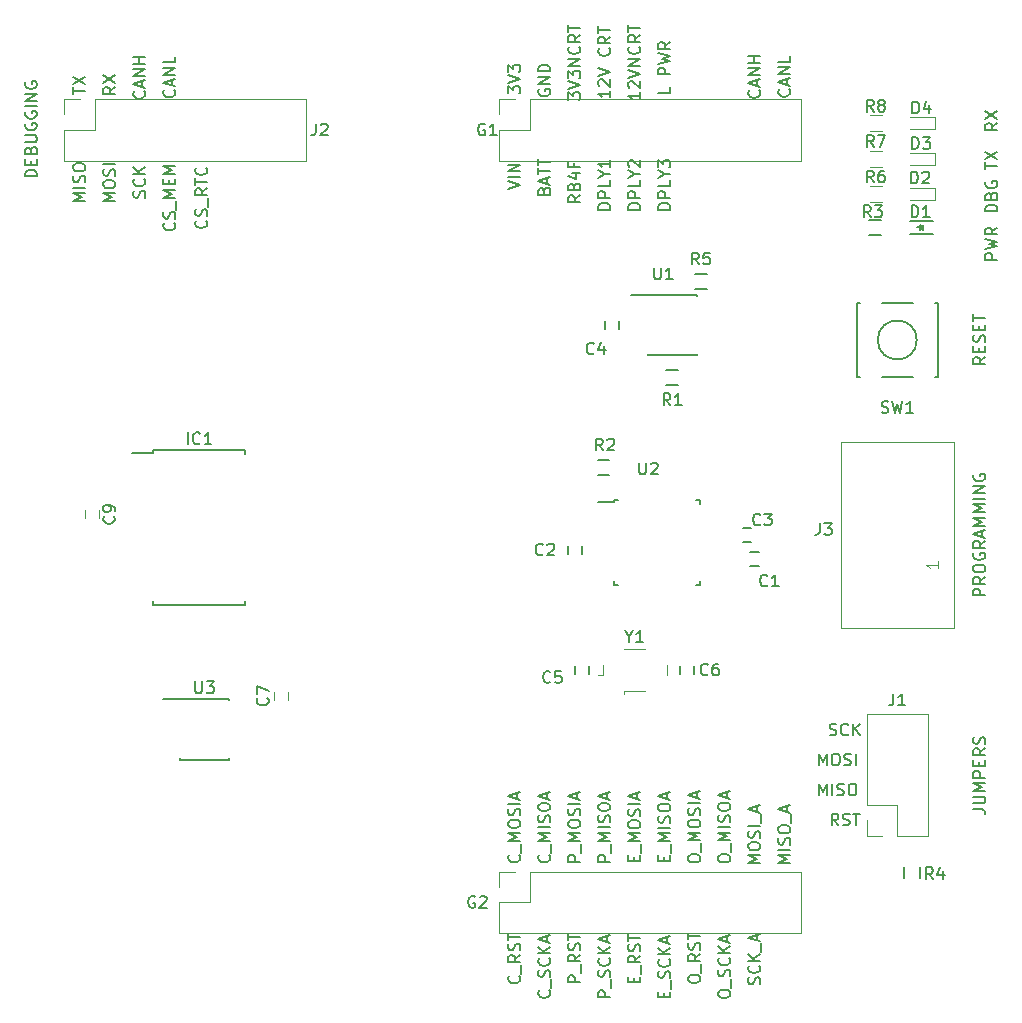
<source format=gto>
G04 #@! TF.FileFunction,Legend,Top*
%FSLAX46Y46*%
G04 Gerber Fmt 4.6, Leading zero omitted, Abs format (unit mm)*
G04 Created by KiCad (PCBNEW 4.0.6) date Monday, August 21, 2017 'PMt' 07:13:58 PM*
%MOMM*%
%LPD*%
G01*
G04 APERTURE LIST*
%ADD10C,0.100000*%
%ADD11C,0.150000*%
%ADD12C,0.120000*%
G04 APERTURE END LIST*
D10*
D11*
X196552381Y-58966666D02*
X196076190Y-59300000D01*
X196552381Y-59538095D02*
X195552381Y-59538095D01*
X195552381Y-59157142D01*
X195600000Y-59061904D01*
X195647619Y-59014285D01*
X195742857Y-58966666D01*
X195885714Y-58966666D01*
X195980952Y-59014285D01*
X196028571Y-59061904D01*
X196076190Y-59157142D01*
X196076190Y-59538095D01*
X195552381Y-58633333D02*
X196552381Y-57966666D01*
X195552381Y-57966666D02*
X196552381Y-58633333D01*
X195552381Y-62861905D02*
X195552381Y-62290476D01*
X196552381Y-62576191D02*
X195552381Y-62576191D01*
X195552381Y-62052381D02*
X196552381Y-61385714D01*
X195552381Y-61385714D02*
X196552381Y-62052381D01*
X196552381Y-66461905D02*
X195552381Y-66461905D01*
X195552381Y-66223810D01*
X195600000Y-66080952D01*
X195695238Y-65985714D01*
X195790476Y-65938095D01*
X195980952Y-65890476D01*
X196123810Y-65890476D01*
X196314286Y-65938095D01*
X196409524Y-65985714D01*
X196504762Y-66080952D01*
X196552381Y-66223810D01*
X196552381Y-66461905D01*
X196028571Y-65128571D02*
X196076190Y-64985714D01*
X196123810Y-64938095D01*
X196219048Y-64890476D01*
X196361905Y-64890476D01*
X196457143Y-64938095D01*
X196504762Y-64985714D01*
X196552381Y-65080952D01*
X196552381Y-65461905D01*
X195552381Y-65461905D01*
X195552381Y-65128571D01*
X195600000Y-65033333D01*
X195647619Y-64985714D01*
X195742857Y-64938095D01*
X195838095Y-64938095D01*
X195933333Y-64985714D01*
X195980952Y-65033333D01*
X196028571Y-65128571D01*
X196028571Y-65461905D01*
X195600000Y-63938095D02*
X195552381Y-64033333D01*
X195552381Y-64176190D01*
X195600000Y-64319048D01*
X195695238Y-64414286D01*
X195790476Y-64461905D01*
X195980952Y-64509524D01*
X196123810Y-64509524D01*
X196314286Y-64461905D01*
X196409524Y-64414286D01*
X196504762Y-64319048D01*
X196552381Y-64176190D01*
X196552381Y-64080952D01*
X196504762Y-63938095D01*
X196457143Y-63890476D01*
X196123810Y-63890476D01*
X196123810Y-64080952D01*
X129557143Y-67228571D02*
X129604762Y-67276190D01*
X129652381Y-67419047D01*
X129652381Y-67514285D01*
X129604762Y-67657143D01*
X129509524Y-67752381D01*
X129414286Y-67800000D01*
X129223810Y-67847619D01*
X129080952Y-67847619D01*
X128890476Y-67800000D01*
X128795238Y-67752381D01*
X128700000Y-67657143D01*
X128652381Y-67514285D01*
X128652381Y-67419047D01*
X128700000Y-67276190D01*
X128747619Y-67228571D01*
X129604762Y-66847619D02*
X129652381Y-66704762D01*
X129652381Y-66466666D01*
X129604762Y-66371428D01*
X129557143Y-66323809D01*
X129461905Y-66276190D01*
X129366667Y-66276190D01*
X129271429Y-66323809D01*
X129223810Y-66371428D01*
X129176190Y-66466666D01*
X129128571Y-66657143D01*
X129080952Y-66752381D01*
X129033333Y-66800000D01*
X128938095Y-66847619D01*
X128842857Y-66847619D01*
X128747619Y-66800000D01*
X128700000Y-66752381D01*
X128652381Y-66657143D01*
X128652381Y-66419047D01*
X128700000Y-66276190D01*
X129747619Y-66085714D02*
X129747619Y-65323809D01*
X129652381Y-64514285D02*
X129176190Y-64847619D01*
X129652381Y-65085714D02*
X128652381Y-65085714D01*
X128652381Y-64704761D01*
X128700000Y-64609523D01*
X128747619Y-64561904D01*
X128842857Y-64514285D01*
X128985714Y-64514285D01*
X129080952Y-64561904D01*
X129128571Y-64609523D01*
X129176190Y-64704761D01*
X129176190Y-65085714D01*
X128652381Y-64228571D02*
X128652381Y-63657142D01*
X129652381Y-63942857D02*
X128652381Y-63942857D01*
X129557143Y-62752380D02*
X129604762Y-62799999D01*
X129652381Y-62942856D01*
X129652381Y-63038094D01*
X129604762Y-63180952D01*
X129509524Y-63276190D01*
X129414286Y-63323809D01*
X129223810Y-63371428D01*
X129080952Y-63371428D01*
X128890476Y-63323809D01*
X128795238Y-63276190D01*
X128700000Y-63180952D01*
X128652381Y-63038094D01*
X128652381Y-62942856D01*
X128700000Y-62799999D01*
X128747619Y-62752380D01*
X126857143Y-67442857D02*
X126904762Y-67490476D01*
X126952381Y-67633333D01*
X126952381Y-67728571D01*
X126904762Y-67871429D01*
X126809524Y-67966667D01*
X126714286Y-68014286D01*
X126523810Y-68061905D01*
X126380952Y-68061905D01*
X126190476Y-68014286D01*
X126095238Y-67966667D01*
X126000000Y-67871429D01*
X125952381Y-67728571D01*
X125952381Y-67633333D01*
X126000000Y-67490476D01*
X126047619Y-67442857D01*
X126904762Y-67061905D02*
X126952381Y-66919048D01*
X126952381Y-66680952D01*
X126904762Y-66585714D01*
X126857143Y-66538095D01*
X126761905Y-66490476D01*
X126666667Y-66490476D01*
X126571429Y-66538095D01*
X126523810Y-66585714D01*
X126476190Y-66680952D01*
X126428571Y-66871429D01*
X126380952Y-66966667D01*
X126333333Y-67014286D01*
X126238095Y-67061905D01*
X126142857Y-67061905D01*
X126047619Y-67014286D01*
X126000000Y-66966667D01*
X125952381Y-66871429D01*
X125952381Y-66633333D01*
X126000000Y-66490476D01*
X127047619Y-66300000D02*
X127047619Y-65538095D01*
X126952381Y-65300000D02*
X125952381Y-65300000D01*
X126666667Y-64966666D01*
X125952381Y-64633333D01*
X126952381Y-64633333D01*
X126428571Y-64157143D02*
X126428571Y-63823809D01*
X126952381Y-63680952D02*
X126952381Y-64157143D01*
X125952381Y-64157143D01*
X125952381Y-63680952D01*
X126952381Y-63252381D02*
X125952381Y-63252381D01*
X126666667Y-62919047D01*
X125952381Y-62585714D01*
X126952381Y-62585714D01*
X183094381Y-118435381D02*
X182761047Y-117959190D01*
X182522952Y-118435381D02*
X182522952Y-117435381D01*
X182903905Y-117435381D01*
X182999143Y-117483000D01*
X183046762Y-117530619D01*
X183094381Y-117625857D01*
X183094381Y-117768714D01*
X183046762Y-117863952D01*
X182999143Y-117911571D01*
X182903905Y-117959190D01*
X182522952Y-117959190D01*
X183475333Y-118387762D02*
X183618190Y-118435381D01*
X183856286Y-118435381D01*
X183951524Y-118387762D01*
X183999143Y-118340143D01*
X184046762Y-118244905D01*
X184046762Y-118149667D01*
X183999143Y-118054429D01*
X183951524Y-118006810D01*
X183856286Y-117959190D01*
X183665809Y-117911571D01*
X183570571Y-117863952D01*
X183522952Y-117816333D01*
X183475333Y-117721095D01*
X183475333Y-117625857D01*
X183522952Y-117530619D01*
X183570571Y-117483000D01*
X183665809Y-117435381D01*
X183903905Y-117435381D01*
X184046762Y-117483000D01*
X184332476Y-117435381D02*
X184903905Y-117435381D01*
X184618190Y-118435381D02*
X184618190Y-117435381D01*
X181435572Y-115895381D02*
X181435572Y-114895381D01*
X181768906Y-115609667D01*
X182102239Y-114895381D01*
X182102239Y-115895381D01*
X182578429Y-115895381D02*
X182578429Y-114895381D01*
X183007000Y-115847762D02*
X183149857Y-115895381D01*
X183387953Y-115895381D01*
X183483191Y-115847762D01*
X183530810Y-115800143D01*
X183578429Y-115704905D01*
X183578429Y-115609667D01*
X183530810Y-115514429D01*
X183483191Y-115466810D01*
X183387953Y-115419190D01*
X183197476Y-115371571D01*
X183102238Y-115323952D01*
X183054619Y-115276333D01*
X183007000Y-115181095D01*
X183007000Y-115085857D01*
X183054619Y-114990619D01*
X183102238Y-114943000D01*
X183197476Y-114895381D01*
X183435572Y-114895381D01*
X183578429Y-114943000D01*
X184197476Y-114895381D02*
X184387953Y-114895381D01*
X184483191Y-114943000D01*
X184578429Y-115038238D01*
X184626048Y-115228714D01*
X184626048Y-115562048D01*
X184578429Y-115752524D01*
X184483191Y-115847762D01*
X184387953Y-115895381D01*
X184197476Y-115895381D01*
X184102238Y-115847762D01*
X184007000Y-115752524D01*
X183959381Y-115562048D01*
X183959381Y-115228714D01*
X184007000Y-115038238D01*
X184102238Y-114943000D01*
X184197476Y-114895381D01*
X181435572Y-113355381D02*
X181435572Y-112355381D01*
X181768906Y-113069667D01*
X182102239Y-112355381D01*
X182102239Y-113355381D01*
X182768905Y-112355381D02*
X182959382Y-112355381D01*
X183054620Y-112403000D01*
X183149858Y-112498238D01*
X183197477Y-112688714D01*
X183197477Y-113022048D01*
X183149858Y-113212524D01*
X183054620Y-113307762D01*
X182959382Y-113355381D01*
X182768905Y-113355381D01*
X182673667Y-113307762D01*
X182578429Y-113212524D01*
X182530810Y-113022048D01*
X182530810Y-112688714D01*
X182578429Y-112498238D01*
X182673667Y-112403000D01*
X182768905Y-112355381D01*
X183578429Y-113307762D02*
X183721286Y-113355381D01*
X183959382Y-113355381D01*
X184054620Y-113307762D01*
X184102239Y-113260143D01*
X184149858Y-113164905D01*
X184149858Y-113069667D01*
X184102239Y-112974429D01*
X184054620Y-112926810D01*
X183959382Y-112879190D01*
X183768905Y-112831571D01*
X183673667Y-112783952D01*
X183626048Y-112736333D01*
X183578429Y-112641095D01*
X183578429Y-112545857D01*
X183626048Y-112450619D01*
X183673667Y-112403000D01*
X183768905Y-112355381D01*
X184007001Y-112355381D01*
X184149858Y-112403000D01*
X184578429Y-113355381D02*
X184578429Y-112355381D01*
X182356286Y-110767762D02*
X182499143Y-110815381D01*
X182737239Y-110815381D01*
X182832477Y-110767762D01*
X182880096Y-110720143D01*
X182927715Y-110624905D01*
X182927715Y-110529667D01*
X182880096Y-110434429D01*
X182832477Y-110386810D01*
X182737239Y-110339190D01*
X182546762Y-110291571D01*
X182451524Y-110243952D01*
X182403905Y-110196333D01*
X182356286Y-110101095D01*
X182356286Y-110005857D01*
X182403905Y-109910619D01*
X182451524Y-109863000D01*
X182546762Y-109815381D01*
X182784858Y-109815381D01*
X182927715Y-109863000D01*
X183927715Y-110720143D02*
X183880096Y-110767762D01*
X183737239Y-110815381D01*
X183642001Y-110815381D01*
X183499143Y-110767762D01*
X183403905Y-110672524D01*
X183356286Y-110577286D01*
X183308667Y-110386810D01*
X183308667Y-110243952D01*
X183356286Y-110053476D01*
X183403905Y-109958238D01*
X183499143Y-109863000D01*
X183642001Y-109815381D01*
X183737239Y-109815381D01*
X183880096Y-109863000D01*
X183927715Y-109910619D01*
X184356286Y-110815381D02*
X184356286Y-109815381D01*
X184927715Y-110815381D02*
X184499143Y-110243952D01*
X184927715Y-109815381D02*
X184356286Y-110386810D01*
X179014381Y-121633952D02*
X178014381Y-121633952D01*
X178728667Y-121300618D01*
X178014381Y-120967285D01*
X179014381Y-120967285D01*
X179014381Y-120491095D02*
X178014381Y-120491095D01*
X178966762Y-120062524D02*
X179014381Y-119919667D01*
X179014381Y-119681571D01*
X178966762Y-119586333D01*
X178919143Y-119538714D01*
X178823905Y-119491095D01*
X178728667Y-119491095D01*
X178633429Y-119538714D01*
X178585810Y-119586333D01*
X178538190Y-119681571D01*
X178490571Y-119872048D01*
X178442952Y-119967286D01*
X178395333Y-120014905D01*
X178300095Y-120062524D01*
X178204857Y-120062524D01*
X178109619Y-120014905D01*
X178062000Y-119967286D01*
X178014381Y-119872048D01*
X178014381Y-119633952D01*
X178062000Y-119491095D01*
X178014381Y-118872048D02*
X178014381Y-118681571D01*
X178062000Y-118586333D01*
X178157238Y-118491095D01*
X178347714Y-118443476D01*
X178681048Y-118443476D01*
X178871524Y-118491095D01*
X178966762Y-118586333D01*
X179014381Y-118681571D01*
X179014381Y-118872048D01*
X178966762Y-118967286D01*
X178871524Y-119062524D01*
X178681048Y-119110143D01*
X178347714Y-119110143D01*
X178157238Y-119062524D01*
X178062000Y-118967286D01*
X178014381Y-118872048D01*
X179109619Y-118253000D02*
X179109619Y-117491095D01*
X178728667Y-117300619D02*
X178728667Y-116824428D01*
X179014381Y-117395857D02*
X178014381Y-117062524D01*
X179014381Y-116729190D01*
X126849143Y-56165619D02*
X126896762Y-56213238D01*
X126944381Y-56356095D01*
X126944381Y-56451333D01*
X126896762Y-56594191D01*
X126801524Y-56689429D01*
X126706286Y-56737048D01*
X126515810Y-56784667D01*
X126372952Y-56784667D01*
X126182476Y-56737048D01*
X126087238Y-56689429D01*
X125992000Y-56594191D01*
X125944381Y-56451333D01*
X125944381Y-56356095D01*
X125992000Y-56213238D01*
X126039619Y-56165619D01*
X126658667Y-55784667D02*
X126658667Y-55308476D01*
X126944381Y-55879905D02*
X125944381Y-55546572D01*
X126944381Y-55213238D01*
X126944381Y-54879905D02*
X125944381Y-54879905D01*
X126944381Y-54308476D01*
X125944381Y-54308476D01*
X126944381Y-53356095D02*
X126944381Y-53832286D01*
X125944381Y-53832286D01*
X124309143Y-56284666D02*
X124356762Y-56332285D01*
X124404381Y-56475142D01*
X124404381Y-56570380D01*
X124356762Y-56713238D01*
X124261524Y-56808476D01*
X124166286Y-56856095D01*
X123975810Y-56903714D01*
X123832952Y-56903714D01*
X123642476Y-56856095D01*
X123547238Y-56808476D01*
X123452000Y-56713238D01*
X123404381Y-56570380D01*
X123404381Y-56475142D01*
X123452000Y-56332285D01*
X123499619Y-56284666D01*
X124118667Y-55903714D02*
X124118667Y-55427523D01*
X124404381Y-55998952D02*
X123404381Y-55665619D01*
X124404381Y-55332285D01*
X124404381Y-54998952D02*
X123404381Y-54998952D01*
X124404381Y-54427523D01*
X123404381Y-54427523D01*
X124404381Y-53951333D02*
X123404381Y-53951333D01*
X123880571Y-53951333D02*
X123880571Y-53379904D01*
X124404381Y-53379904D02*
X123404381Y-53379904D01*
X121864381Y-55919666D02*
X121388190Y-56253000D01*
X121864381Y-56491095D02*
X120864381Y-56491095D01*
X120864381Y-56110142D01*
X120912000Y-56014904D01*
X120959619Y-55967285D01*
X121054857Y-55919666D01*
X121197714Y-55919666D01*
X121292952Y-55967285D01*
X121340571Y-56014904D01*
X121388190Y-56110142D01*
X121388190Y-56491095D01*
X120864381Y-55586333D02*
X121864381Y-54919666D01*
X120864381Y-54919666D02*
X121864381Y-55586333D01*
X118324381Y-56514905D02*
X118324381Y-55943476D01*
X119324381Y-56229191D02*
X118324381Y-56229191D01*
X118324381Y-55705381D02*
X119324381Y-55038714D01*
X118324381Y-55038714D02*
X119324381Y-55705381D01*
X124356762Y-65293714D02*
X124404381Y-65150857D01*
X124404381Y-64912761D01*
X124356762Y-64817523D01*
X124309143Y-64769904D01*
X124213905Y-64722285D01*
X124118667Y-64722285D01*
X124023429Y-64769904D01*
X123975810Y-64817523D01*
X123928190Y-64912761D01*
X123880571Y-65103238D01*
X123832952Y-65198476D01*
X123785333Y-65246095D01*
X123690095Y-65293714D01*
X123594857Y-65293714D01*
X123499619Y-65246095D01*
X123452000Y-65198476D01*
X123404381Y-65103238D01*
X123404381Y-64865142D01*
X123452000Y-64722285D01*
X124309143Y-63722285D02*
X124356762Y-63769904D01*
X124404381Y-63912761D01*
X124404381Y-64007999D01*
X124356762Y-64150857D01*
X124261524Y-64246095D01*
X124166286Y-64293714D01*
X123975810Y-64341333D01*
X123832952Y-64341333D01*
X123642476Y-64293714D01*
X123547238Y-64246095D01*
X123452000Y-64150857D01*
X123404381Y-64007999D01*
X123404381Y-63912761D01*
X123452000Y-63769904D01*
X123499619Y-63722285D01*
X124404381Y-63293714D02*
X123404381Y-63293714D01*
X124404381Y-62722285D02*
X123832952Y-63150857D01*
X123404381Y-62722285D02*
X123975810Y-63293714D01*
X121864381Y-65579428D02*
X120864381Y-65579428D01*
X121578667Y-65246094D01*
X120864381Y-64912761D01*
X121864381Y-64912761D01*
X120864381Y-64246095D02*
X120864381Y-64055618D01*
X120912000Y-63960380D01*
X121007238Y-63865142D01*
X121197714Y-63817523D01*
X121531048Y-63817523D01*
X121721524Y-63865142D01*
X121816762Y-63960380D01*
X121864381Y-64055618D01*
X121864381Y-64246095D01*
X121816762Y-64341333D01*
X121721524Y-64436571D01*
X121531048Y-64484190D01*
X121197714Y-64484190D01*
X121007238Y-64436571D01*
X120912000Y-64341333D01*
X120864381Y-64246095D01*
X121816762Y-63436571D02*
X121864381Y-63293714D01*
X121864381Y-63055618D01*
X121816762Y-62960380D01*
X121769143Y-62912761D01*
X121673905Y-62865142D01*
X121578667Y-62865142D01*
X121483429Y-62912761D01*
X121435810Y-62960380D01*
X121388190Y-63055618D01*
X121340571Y-63246095D01*
X121292952Y-63341333D01*
X121245333Y-63388952D01*
X121150095Y-63436571D01*
X121054857Y-63436571D01*
X120959619Y-63388952D01*
X120912000Y-63341333D01*
X120864381Y-63246095D01*
X120864381Y-63007999D01*
X120912000Y-62865142D01*
X121864381Y-62436571D02*
X120864381Y-62436571D01*
X119324381Y-65579428D02*
X118324381Y-65579428D01*
X119038667Y-65246094D01*
X118324381Y-64912761D01*
X119324381Y-64912761D01*
X119324381Y-64436571D02*
X118324381Y-64436571D01*
X119276762Y-64008000D02*
X119324381Y-63865143D01*
X119324381Y-63627047D01*
X119276762Y-63531809D01*
X119229143Y-63484190D01*
X119133905Y-63436571D01*
X119038667Y-63436571D01*
X118943429Y-63484190D01*
X118895810Y-63531809D01*
X118848190Y-63627047D01*
X118800571Y-63817524D01*
X118752952Y-63912762D01*
X118705333Y-63960381D01*
X118610095Y-64008000D01*
X118514857Y-64008000D01*
X118419619Y-63960381D01*
X118372000Y-63912762D01*
X118324381Y-63817524D01*
X118324381Y-63579428D01*
X118372000Y-63436571D01*
X118324381Y-62817524D02*
X118324381Y-62627047D01*
X118372000Y-62531809D01*
X118467238Y-62436571D01*
X118657714Y-62388952D01*
X118991048Y-62388952D01*
X119181524Y-62436571D01*
X119276762Y-62531809D01*
X119324381Y-62627047D01*
X119324381Y-62817524D01*
X119276762Y-62912762D01*
X119181524Y-63008000D01*
X118991048Y-63055619D01*
X118657714Y-63055619D01*
X118467238Y-63008000D01*
X118372000Y-62912762D01*
X118324381Y-62817524D01*
X115252381Y-63500000D02*
X114252381Y-63500000D01*
X114252381Y-63261905D01*
X114300000Y-63119047D01*
X114395238Y-63023809D01*
X114490476Y-62976190D01*
X114680952Y-62928571D01*
X114823810Y-62928571D01*
X115014286Y-62976190D01*
X115109524Y-63023809D01*
X115204762Y-63119047D01*
X115252381Y-63261905D01*
X115252381Y-63500000D01*
X114728571Y-62500000D02*
X114728571Y-62166666D01*
X115252381Y-62023809D02*
X115252381Y-62500000D01*
X114252381Y-62500000D01*
X114252381Y-62023809D01*
X114728571Y-61261904D02*
X114776190Y-61119047D01*
X114823810Y-61071428D01*
X114919048Y-61023809D01*
X115061905Y-61023809D01*
X115157143Y-61071428D01*
X115204762Y-61119047D01*
X115252381Y-61214285D01*
X115252381Y-61595238D01*
X114252381Y-61595238D01*
X114252381Y-61261904D01*
X114300000Y-61166666D01*
X114347619Y-61119047D01*
X114442857Y-61071428D01*
X114538095Y-61071428D01*
X114633333Y-61119047D01*
X114680952Y-61166666D01*
X114728571Y-61261904D01*
X114728571Y-61595238D01*
X114252381Y-60595238D02*
X115061905Y-60595238D01*
X115157143Y-60547619D01*
X115204762Y-60500000D01*
X115252381Y-60404762D01*
X115252381Y-60214285D01*
X115204762Y-60119047D01*
X115157143Y-60071428D01*
X115061905Y-60023809D01*
X114252381Y-60023809D01*
X114300000Y-59023809D02*
X114252381Y-59119047D01*
X114252381Y-59261904D01*
X114300000Y-59404762D01*
X114395238Y-59500000D01*
X114490476Y-59547619D01*
X114680952Y-59595238D01*
X114823810Y-59595238D01*
X115014286Y-59547619D01*
X115109524Y-59500000D01*
X115204762Y-59404762D01*
X115252381Y-59261904D01*
X115252381Y-59166666D01*
X115204762Y-59023809D01*
X115157143Y-58976190D01*
X114823810Y-58976190D01*
X114823810Y-59166666D01*
X114300000Y-58023809D02*
X114252381Y-58119047D01*
X114252381Y-58261904D01*
X114300000Y-58404762D01*
X114395238Y-58500000D01*
X114490476Y-58547619D01*
X114680952Y-58595238D01*
X114823810Y-58595238D01*
X115014286Y-58547619D01*
X115109524Y-58500000D01*
X115204762Y-58404762D01*
X115252381Y-58261904D01*
X115252381Y-58166666D01*
X115204762Y-58023809D01*
X115157143Y-57976190D01*
X114823810Y-57976190D01*
X114823810Y-58166666D01*
X115252381Y-57547619D02*
X114252381Y-57547619D01*
X115252381Y-57071429D02*
X114252381Y-57071429D01*
X115252381Y-56500000D01*
X114252381Y-56500000D01*
X114300000Y-55500000D02*
X114252381Y-55595238D01*
X114252381Y-55738095D01*
X114300000Y-55880953D01*
X114395238Y-55976191D01*
X114490476Y-56023810D01*
X114680952Y-56071429D01*
X114823810Y-56071429D01*
X115014286Y-56023810D01*
X115109524Y-55976191D01*
X115204762Y-55880953D01*
X115252381Y-55738095D01*
X115252381Y-55642857D01*
X115204762Y-55500000D01*
X115157143Y-55452381D01*
X114823810Y-55452381D01*
X114823810Y-55642857D01*
X194524381Y-117053952D02*
X195238667Y-117053952D01*
X195381524Y-117101572D01*
X195476762Y-117196810D01*
X195524381Y-117339667D01*
X195524381Y-117434905D01*
X194524381Y-116577762D02*
X195333905Y-116577762D01*
X195429143Y-116530143D01*
X195476762Y-116482524D01*
X195524381Y-116387286D01*
X195524381Y-116196809D01*
X195476762Y-116101571D01*
X195429143Y-116053952D01*
X195333905Y-116006333D01*
X194524381Y-116006333D01*
X195524381Y-115530143D02*
X194524381Y-115530143D01*
X195238667Y-115196809D01*
X194524381Y-114863476D01*
X195524381Y-114863476D01*
X195524381Y-114387286D02*
X194524381Y-114387286D01*
X194524381Y-114006333D01*
X194572000Y-113911095D01*
X194619619Y-113863476D01*
X194714857Y-113815857D01*
X194857714Y-113815857D01*
X194952952Y-113863476D01*
X195000571Y-113911095D01*
X195048190Y-114006333D01*
X195048190Y-114387286D01*
X195000571Y-113387286D02*
X195000571Y-113053952D01*
X195524381Y-112911095D02*
X195524381Y-113387286D01*
X194524381Y-113387286D01*
X194524381Y-112911095D01*
X195524381Y-111911095D02*
X195048190Y-112244429D01*
X195524381Y-112482524D02*
X194524381Y-112482524D01*
X194524381Y-112101571D01*
X194572000Y-112006333D01*
X194619619Y-111958714D01*
X194714857Y-111911095D01*
X194857714Y-111911095D01*
X194952952Y-111958714D01*
X195000571Y-112006333D01*
X195048190Y-112101571D01*
X195048190Y-112482524D01*
X195476762Y-111530143D02*
X195524381Y-111387286D01*
X195524381Y-111149190D01*
X195476762Y-111053952D01*
X195429143Y-111006333D01*
X195333905Y-110958714D01*
X195238667Y-110958714D01*
X195143429Y-111006333D01*
X195095810Y-111053952D01*
X195048190Y-111149190D01*
X195000571Y-111339667D01*
X194952952Y-111434905D01*
X194905333Y-111482524D01*
X194810095Y-111530143D01*
X194714857Y-111530143D01*
X194619619Y-111482524D01*
X194572000Y-111434905D01*
X194524381Y-111339667D01*
X194524381Y-111101571D01*
X194572000Y-110958714D01*
X195524381Y-78795381D02*
X195048190Y-79128715D01*
X195524381Y-79366810D02*
X194524381Y-79366810D01*
X194524381Y-78985857D01*
X194572000Y-78890619D01*
X194619619Y-78843000D01*
X194714857Y-78795381D01*
X194857714Y-78795381D01*
X194952952Y-78843000D01*
X195000571Y-78890619D01*
X195048190Y-78985857D01*
X195048190Y-79366810D01*
X195000571Y-78366810D02*
X195000571Y-78033476D01*
X195524381Y-77890619D02*
X195524381Y-78366810D01*
X194524381Y-78366810D01*
X194524381Y-77890619D01*
X195476762Y-77509667D02*
X195524381Y-77366810D01*
X195524381Y-77128714D01*
X195476762Y-77033476D01*
X195429143Y-76985857D01*
X195333905Y-76938238D01*
X195238667Y-76938238D01*
X195143429Y-76985857D01*
X195095810Y-77033476D01*
X195048190Y-77128714D01*
X195000571Y-77319191D01*
X194952952Y-77414429D01*
X194905333Y-77462048D01*
X194810095Y-77509667D01*
X194714857Y-77509667D01*
X194619619Y-77462048D01*
X194572000Y-77414429D01*
X194524381Y-77319191D01*
X194524381Y-77081095D01*
X194572000Y-76938238D01*
X195000571Y-76509667D02*
X195000571Y-76176333D01*
X195524381Y-76033476D02*
X195524381Y-76509667D01*
X194524381Y-76509667D01*
X194524381Y-76033476D01*
X194524381Y-75747762D02*
X194524381Y-75176333D01*
X195524381Y-75462048D02*
X194524381Y-75462048D01*
X195524381Y-98972047D02*
X194524381Y-98972047D01*
X194524381Y-98591094D01*
X194572000Y-98495856D01*
X194619619Y-98448237D01*
X194714857Y-98400618D01*
X194857714Y-98400618D01*
X194952952Y-98448237D01*
X195000571Y-98495856D01*
X195048190Y-98591094D01*
X195048190Y-98972047D01*
X195524381Y-97400618D02*
X195048190Y-97733952D01*
X195524381Y-97972047D02*
X194524381Y-97972047D01*
X194524381Y-97591094D01*
X194572000Y-97495856D01*
X194619619Y-97448237D01*
X194714857Y-97400618D01*
X194857714Y-97400618D01*
X194952952Y-97448237D01*
X195000571Y-97495856D01*
X195048190Y-97591094D01*
X195048190Y-97972047D01*
X194524381Y-96781571D02*
X194524381Y-96591094D01*
X194572000Y-96495856D01*
X194667238Y-96400618D01*
X194857714Y-96352999D01*
X195191048Y-96352999D01*
X195381524Y-96400618D01*
X195476762Y-96495856D01*
X195524381Y-96591094D01*
X195524381Y-96781571D01*
X195476762Y-96876809D01*
X195381524Y-96972047D01*
X195191048Y-97019666D01*
X194857714Y-97019666D01*
X194667238Y-96972047D01*
X194572000Y-96876809D01*
X194524381Y-96781571D01*
X194572000Y-95400618D02*
X194524381Y-95495856D01*
X194524381Y-95638713D01*
X194572000Y-95781571D01*
X194667238Y-95876809D01*
X194762476Y-95924428D01*
X194952952Y-95972047D01*
X195095810Y-95972047D01*
X195286286Y-95924428D01*
X195381524Y-95876809D01*
X195476762Y-95781571D01*
X195524381Y-95638713D01*
X195524381Y-95543475D01*
X195476762Y-95400618D01*
X195429143Y-95352999D01*
X195095810Y-95352999D01*
X195095810Y-95543475D01*
X195524381Y-94352999D02*
X195048190Y-94686333D01*
X195524381Y-94924428D02*
X194524381Y-94924428D01*
X194524381Y-94543475D01*
X194572000Y-94448237D01*
X194619619Y-94400618D01*
X194714857Y-94352999D01*
X194857714Y-94352999D01*
X194952952Y-94400618D01*
X195000571Y-94448237D01*
X195048190Y-94543475D01*
X195048190Y-94924428D01*
X195238667Y-93972047D02*
X195238667Y-93495856D01*
X195524381Y-94067285D02*
X194524381Y-93733952D01*
X195524381Y-93400618D01*
X195524381Y-93067285D02*
X194524381Y-93067285D01*
X195238667Y-92733951D01*
X194524381Y-92400618D01*
X195524381Y-92400618D01*
X195524381Y-91924428D02*
X194524381Y-91924428D01*
X195238667Y-91591094D01*
X194524381Y-91257761D01*
X195524381Y-91257761D01*
X195524381Y-90781571D02*
X194524381Y-90781571D01*
X195524381Y-90305381D02*
X194524381Y-90305381D01*
X195524381Y-89733952D01*
X194524381Y-89733952D01*
X194572000Y-88733952D02*
X194524381Y-88829190D01*
X194524381Y-88972047D01*
X194572000Y-89114905D01*
X194667238Y-89210143D01*
X194762476Y-89257762D01*
X194952952Y-89305381D01*
X195095810Y-89305381D01*
X195286286Y-89257762D01*
X195381524Y-89210143D01*
X195476762Y-89114905D01*
X195524381Y-88972047D01*
X195524381Y-88876809D01*
X195476762Y-88733952D01*
X195429143Y-88686333D01*
X195095810Y-88686333D01*
X195095810Y-88876809D01*
X156059143Y-120927523D02*
X156106762Y-120975142D01*
X156154381Y-121117999D01*
X156154381Y-121213237D01*
X156106762Y-121356095D01*
X156011524Y-121451333D01*
X155916286Y-121498952D01*
X155725810Y-121546571D01*
X155582952Y-121546571D01*
X155392476Y-121498952D01*
X155297238Y-121451333D01*
X155202000Y-121356095D01*
X155154381Y-121213237D01*
X155154381Y-121117999D01*
X155202000Y-120975142D01*
X155249619Y-120927523D01*
X156249619Y-120737047D02*
X156249619Y-119975142D01*
X156154381Y-119737047D02*
X155154381Y-119737047D01*
X155868667Y-119403713D01*
X155154381Y-119070380D01*
X156154381Y-119070380D01*
X155154381Y-118403714D02*
X155154381Y-118213237D01*
X155202000Y-118117999D01*
X155297238Y-118022761D01*
X155487714Y-117975142D01*
X155821048Y-117975142D01*
X156011524Y-118022761D01*
X156106762Y-118117999D01*
X156154381Y-118213237D01*
X156154381Y-118403714D01*
X156106762Y-118498952D01*
X156011524Y-118594190D01*
X155821048Y-118641809D01*
X155487714Y-118641809D01*
X155297238Y-118594190D01*
X155202000Y-118498952D01*
X155154381Y-118403714D01*
X156106762Y-117594190D02*
X156154381Y-117451333D01*
X156154381Y-117213237D01*
X156106762Y-117117999D01*
X156059143Y-117070380D01*
X155963905Y-117022761D01*
X155868667Y-117022761D01*
X155773429Y-117070380D01*
X155725810Y-117117999D01*
X155678190Y-117213237D01*
X155630571Y-117403714D01*
X155582952Y-117498952D01*
X155535333Y-117546571D01*
X155440095Y-117594190D01*
X155344857Y-117594190D01*
X155249619Y-117546571D01*
X155202000Y-117498952D01*
X155154381Y-117403714D01*
X155154381Y-117165618D01*
X155202000Y-117022761D01*
X156154381Y-116594190D02*
X155154381Y-116594190D01*
X155868667Y-116165619D02*
X155868667Y-115689428D01*
X156154381Y-116260857D02*
X155154381Y-115927524D01*
X156154381Y-115594190D01*
X158599143Y-120927523D02*
X158646762Y-120975142D01*
X158694381Y-121117999D01*
X158694381Y-121213237D01*
X158646762Y-121356095D01*
X158551524Y-121451333D01*
X158456286Y-121498952D01*
X158265810Y-121546571D01*
X158122952Y-121546571D01*
X157932476Y-121498952D01*
X157837238Y-121451333D01*
X157742000Y-121356095D01*
X157694381Y-121213237D01*
X157694381Y-121117999D01*
X157742000Y-120975142D01*
X157789619Y-120927523D01*
X158789619Y-120737047D02*
X158789619Y-119975142D01*
X158694381Y-119737047D02*
X157694381Y-119737047D01*
X158408667Y-119403713D01*
X157694381Y-119070380D01*
X158694381Y-119070380D01*
X158694381Y-118594190D02*
X157694381Y-118594190D01*
X158646762Y-118165619D02*
X158694381Y-118022762D01*
X158694381Y-117784666D01*
X158646762Y-117689428D01*
X158599143Y-117641809D01*
X158503905Y-117594190D01*
X158408667Y-117594190D01*
X158313429Y-117641809D01*
X158265810Y-117689428D01*
X158218190Y-117784666D01*
X158170571Y-117975143D01*
X158122952Y-118070381D01*
X158075333Y-118118000D01*
X157980095Y-118165619D01*
X157884857Y-118165619D01*
X157789619Y-118118000D01*
X157742000Y-118070381D01*
X157694381Y-117975143D01*
X157694381Y-117737047D01*
X157742000Y-117594190D01*
X157694381Y-116975143D02*
X157694381Y-116784666D01*
X157742000Y-116689428D01*
X157837238Y-116594190D01*
X158027714Y-116546571D01*
X158361048Y-116546571D01*
X158551524Y-116594190D01*
X158646762Y-116689428D01*
X158694381Y-116784666D01*
X158694381Y-116975143D01*
X158646762Y-117070381D01*
X158551524Y-117165619D01*
X158361048Y-117213238D01*
X158027714Y-117213238D01*
X157837238Y-117165619D01*
X157742000Y-117070381D01*
X157694381Y-116975143D01*
X158408667Y-116165619D02*
X158408667Y-115689428D01*
X158694381Y-116260857D02*
X157694381Y-115927524D01*
X158694381Y-115594190D01*
X161234381Y-121498952D02*
X160234381Y-121498952D01*
X160234381Y-121117999D01*
X160282000Y-121022761D01*
X160329619Y-120975142D01*
X160424857Y-120927523D01*
X160567714Y-120927523D01*
X160662952Y-120975142D01*
X160710571Y-121022761D01*
X160758190Y-121117999D01*
X160758190Y-121498952D01*
X161329619Y-120737047D02*
X161329619Y-119975142D01*
X161234381Y-119737047D02*
X160234381Y-119737047D01*
X160948667Y-119403713D01*
X160234381Y-119070380D01*
X161234381Y-119070380D01*
X160234381Y-118403714D02*
X160234381Y-118213237D01*
X160282000Y-118117999D01*
X160377238Y-118022761D01*
X160567714Y-117975142D01*
X160901048Y-117975142D01*
X161091524Y-118022761D01*
X161186762Y-118117999D01*
X161234381Y-118213237D01*
X161234381Y-118403714D01*
X161186762Y-118498952D01*
X161091524Y-118594190D01*
X160901048Y-118641809D01*
X160567714Y-118641809D01*
X160377238Y-118594190D01*
X160282000Y-118498952D01*
X160234381Y-118403714D01*
X161186762Y-117594190D02*
X161234381Y-117451333D01*
X161234381Y-117213237D01*
X161186762Y-117117999D01*
X161139143Y-117070380D01*
X161043905Y-117022761D01*
X160948667Y-117022761D01*
X160853429Y-117070380D01*
X160805810Y-117117999D01*
X160758190Y-117213237D01*
X160710571Y-117403714D01*
X160662952Y-117498952D01*
X160615333Y-117546571D01*
X160520095Y-117594190D01*
X160424857Y-117594190D01*
X160329619Y-117546571D01*
X160282000Y-117498952D01*
X160234381Y-117403714D01*
X160234381Y-117165618D01*
X160282000Y-117022761D01*
X161234381Y-116594190D02*
X160234381Y-116594190D01*
X160948667Y-116165619D02*
X160948667Y-115689428D01*
X161234381Y-116260857D02*
X160234381Y-115927524D01*
X161234381Y-115594190D01*
X163774381Y-121498952D02*
X162774381Y-121498952D01*
X162774381Y-121117999D01*
X162822000Y-121022761D01*
X162869619Y-120975142D01*
X162964857Y-120927523D01*
X163107714Y-120927523D01*
X163202952Y-120975142D01*
X163250571Y-121022761D01*
X163298190Y-121117999D01*
X163298190Y-121498952D01*
X163869619Y-120737047D02*
X163869619Y-119975142D01*
X163774381Y-119737047D02*
X162774381Y-119737047D01*
X163488667Y-119403713D01*
X162774381Y-119070380D01*
X163774381Y-119070380D01*
X163774381Y-118594190D02*
X162774381Y-118594190D01*
X163726762Y-118165619D02*
X163774381Y-118022762D01*
X163774381Y-117784666D01*
X163726762Y-117689428D01*
X163679143Y-117641809D01*
X163583905Y-117594190D01*
X163488667Y-117594190D01*
X163393429Y-117641809D01*
X163345810Y-117689428D01*
X163298190Y-117784666D01*
X163250571Y-117975143D01*
X163202952Y-118070381D01*
X163155333Y-118118000D01*
X163060095Y-118165619D01*
X162964857Y-118165619D01*
X162869619Y-118118000D01*
X162822000Y-118070381D01*
X162774381Y-117975143D01*
X162774381Y-117737047D01*
X162822000Y-117594190D01*
X162774381Y-116975143D02*
X162774381Y-116784666D01*
X162822000Y-116689428D01*
X162917238Y-116594190D01*
X163107714Y-116546571D01*
X163441048Y-116546571D01*
X163631524Y-116594190D01*
X163726762Y-116689428D01*
X163774381Y-116784666D01*
X163774381Y-116975143D01*
X163726762Y-117070381D01*
X163631524Y-117165619D01*
X163441048Y-117213238D01*
X163107714Y-117213238D01*
X162917238Y-117165619D01*
X162822000Y-117070381D01*
X162774381Y-116975143D01*
X163488667Y-116165619D02*
X163488667Y-115689428D01*
X163774381Y-116260857D02*
X162774381Y-115927524D01*
X163774381Y-115594190D01*
X165790571Y-121451333D02*
X165790571Y-121117999D01*
X166314381Y-120975142D02*
X166314381Y-121451333D01*
X165314381Y-121451333D01*
X165314381Y-120975142D01*
X166409619Y-120784666D02*
X166409619Y-120022761D01*
X166314381Y-119784666D02*
X165314381Y-119784666D01*
X166028667Y-119451332D01*
X165314381Y-119117999D01*
X166314381Y-119117999D01*
X165314381Y-118451333D02*
X165314381Y-118260856D01*
X165362000Y-118165618D01*
X165457238Y-118070380D01*
X165647714Y-118022761D01*
X165981048Y-118022761D01*
X166171524Y-118070380D01*
X166266762Y-118165618D01*
X166314381Y-118260856D01*
X166314381Y-118451333D01*
X166266762Y-118546571D01*
X166171524Y-118641809D01*
X165981048Y-118689428D01*
X165647714Y-118689428D01*
X165457238Y-118641809D01*
X165362000Y-118546571D01*
X165314381Y-118451333D01*
X166266762Y-117641809D02*
X166314381Y-117498952D01*
X166314381Y-117260856D01*
X166266762Y-117165618D01*
X166219143Y-117117999D01*
X166123905Y-117070380D01*
X166028667Y-117070380D01*
X165933429Y-117117999D01*
X165885810Y-117165618D01*
X165838190Y-117260856D01*
X165790571Y-117451333D01*
X165742952Y-117546571D01*
X165695333Y-117594190D01*
X165600095Y-117641809D01*
X165504857Y-117641809D01*
X165409619Y-117594190D01*
X165362000Y-117546571D01*
X165314381Y-117451333D01*
X165314381Y-117213237D01*
X165362000Y-117070380D01*
X166314381Y-116641809D02*
X165314381Y-116641809D01*
X166028667Y-116213238D02*
X166028667Y-115737047D01*
X166314381Y-116308476D02*
X165314381Y-115975143D01*
X166314381Y-115641809D01*
X168330571Y-121451333D02*
X168330571Y-121117999D01*
X168854381Y-120975142D02*
X168854381Y-121451333D01*
X167854381Y-121451333D01*
X167854381Y-120975142D01*
X168949619Y-120784666D02*
X168949619Y-120022761D01*
X168854381Y-119784666D02*
X167854381Y-119784666D01*
X168568667Y-119451332D01*
X167854381Y-119117999D01*
X168854381Y-119117999D01*
X168854381Y-118641809D02*
X167854381Y-118641809D01*
X168806762Y-118213238D02*
X168854381Y-118070381D01*
X168854381Y-117832285D01*
X168806762Y-117737047D01*
X168759143Y-117689428D01*
X168663905Y-117641809D01*
X168568667Y-117641809D01*
X168473429Y-117689428D01*
X168425810Y-117737047D01*
X168378190Y-117832285D01*
X168330571Y-118022762D01*
X168282952Y-118118000D01*
X168235333Y-118165619D01*
X168140095Y-118213238D01*
X168044857Y-118213238D01*
X167949619Y-118165619D01*
X167902000Y-118118000D01*
X167854381Y-118022762D01*
X167854381Y-117784666D01*
X167902000Y-117641809D01*
X167854381Y-117022762D02*
X167854381Y-116832285D01*
X167902000Y-116737047D01*
X167997238Y-116641809D01*
X168187714Y-116594190D01*
X168521048Y-116594190D01*
X168711524Y-116641809D01*
X168806762Y-116737047D01*
X168854381Y-116832285D01*
X168854381Y-117022762D01*
X168806762Y-117118000D01*
X168711524Y-117213238D01*
X168521048Y-117260857D01*
X168187714Y-117260857D01*
X167997238Y-117213238D01*
X167902000Y-117118000D01*
X167854381Y-117022762D01*
X168568667Y-116213238D02*
X168568667Y-115737047D01*
X168854381Y-116308476D02*
X167854381Y-115975143D01*
X168854381Y-115641809D01*
X170394381Y-121332286D02*
X170394381Y-121141809D01*
X170442000Y-121046571D01*
X170537238Y-120951333D01*
X170727714Y-120903714D01*
X171061048Y-120903714D01*
X171251524Y-120951333D01*
X171346762Y-121046571D01*
X171394381Y-121141809D01*
X171394381Y-121332286D01*
X171346762Y-121427524D01*
X171251524Y-121522762D01*
X171061048Y-121570381D01*
X170727714Y-121570381D01*
X170537238Y-121522762D01*
X170442000Y-121427524D01*
X170394381Y-121332286D01*
X171489619Y-120713238D02*
X171489619Y-119951333D01*
X171394381Y-119713238D02*
X170394381Y-119713238D01*
X171108667Y-119379904D01*
X170394381Y-119046571D01*
X171394381Y-119046571D01*
X170394381Y-118379905D02*
X170394381Y-118189428D01*
X170442000Y-118094190D01*
X170537238Y-117998952D01*
X170727714Y-117951333D01*
X171061048Y-117951333D01*
X171251524Y-117998952D01*
X171346762Y-118094190D01*
X171394381Y-118189428D01*
X171394381Y-118379905D01*
X171346762Y-118475143D01*
X171251524Y-118570381D01*
X171061048Y-118618000D01*
X170727714Y-118618000D01*
X170537238Y-118570381D01*
X170442000Y-118475143D01*
X170394381Y-118379905D01*
X171346762Y-117570381D02*
X171394381Y-117427524D01*
X171394381Y-117189428D01*
X171346762Y-117094190D01*
X171299143Y-117046571D01*
X171203905Y-116998952D01*
X171108667Y-116998952D01*
X171013429Y-117046571D01*
X170965810Y-117094190D01*
X170918190Y-117189428D01*
X170870571Y-117379905D01*
X170822952Y-117475143D01*
X170775333Y-117522762D01*
X170680095Y-117570381D01*
X170584857Y-117570381D01*
X170489619Y-117522762D01*
X170442000Y-117475143D01*
X170394381Y-117379905D01*
X170394381Y-117141809D01*
X170442000Y-116998952D01*
X171394381Y-116570381D02*
X170394381Y-116570381D01*
X171108667Y-116141810D02*
X171108667Y-115665619D01*
X171394381Y-116237048D02*
X170394381Y-115903715D01*
X171394381Y-115570381D01*
X172934381Y-121332286D02*
X172934381Y-121141809D01*
X172982000Y-121046571D01*
X173077238Y-120951333D01*
X173267714Y-120903714D01*
X173601048Y-120903714D01*
X173791524Y-120951333D01*
X173886762Y-121046571D01*
X173934381Y-121141809D01*
X173934381Y-121332286D01*
X173886762Y-121427524D01*
X173791524Y-121522762D01*
X173601048Y-121570381D01*
X173267714Y-121570381D01*
X173077238Y-121522762D01*
X172982000Y-121427524D01*
X172934381Y-121332286D01*
X174029619Y-120713238D02*
X174029619Y-119951333D01*
X173934381Y-119713238D02*
X172934381Y-119713238D01*
X173648667Y-119379904D01*
X172934381Y-119046571D01*
X173934381Y-119046571D01*
X173934381Y-118570381D02*
X172934381Y-118570381D01*
X173886762Y-118141810D02*
X173934381Y-117998953D01*
X173934381Y-117760857D01*
X173886762Y-117665619D01*
X173839143Y-117618000D01*
X173743905Y-117570381D01*
X173648667Y-117570381D01*
X173553429Y-117618000D01*
X173505810Y-117665619D01*
X173458190Y-117760857D01*
X173410571Y-117951334D01*
X173362952Y-118046572D01*
X173315333Y-118094191D01*
X173220095Y-118141810D01*
X173124857Y-118141810D01*
X173029619Y-118094191D01*
X172982000Y-118046572D01*
X172934381Y-117951334D01*
X172934381Y-117713238D01*
X172982000Y-117570381D01*
X172934381Y-116951334D02*
X172934381Y-116760857D01*
X172982000Y-116665619D01*
X173077238Y-116570381D01*
X173267714Y-116522762D01*
X173601048Y-116522762D01*
X173791524Y-116570381D01*
X173886762Y-116665619D01*
X173934381Y-116760857D01*
X173934381Y-116951334D01*
X173886762Y-117046572D01*
X173791524Y-117141810D01*
X173601048Y-117189429D01*
X173267714Y-117189429D01*
X173077238Y-117141810D01*
X172982000Y-117046572D01*
X172934381Y-116951334D01*
X173648667Y-116141810D02*
X173648667Y-115665619D01*
X173934381Y-116237048D02*
X172934381Y-115903715D01*
X173934381Y-115570381D01*
X176474381Y-121633952D02*
X175474381Y-121633952D01*
X176188667Y-121300618D01*
X175474381Y-120967285D01*
X176474381Y-120967285D01*
X175474381Y-120300619D02*
X175474381Y-120110142D01*
X175522000Y-120014904D01*
X175617238Y-119919666D01*
X175807714Y-119872047D01*
X176141048Y-119872047D01*
X176331524Y-119919666D01*
X176426762Y-120014904D01*
X176474381Y-120110142D01*
X176474381Y-120300619D01*
X176426762Y-120395857D01*
X176331524Y-120491095D01*
X176141048Y-120538714D01*
X175807714Y-120538714D01*
X175617238Y-120491095D01*
X175522000Y-120395857D01*
X175474381Y-120300619D01*
X176426762Y-119491095D02*
X176474381Y-119348238D01*
X176474381Y-119110142D01*
X176426762Y-119014904D01*
X176379143Y-118967285D01*
X176283905Y-118919666D01*
X176188667Y-118919666D01*
X176093429Y-118967285D01*
X176045810Y-119014904D01*
X175998190Y-119110142D01*
X175950571Y-119300619D01*
X175902952Y-119395857D01*
X175855333Y-119443476D01*
X175760095Y-119491095D01*
X175664857Y-119491095D01*
X175569619Y-119443476D01*
X175522000Y-119395857D01*
X175474381Y-119300619D01*
X175474381Y-119062523D01*
X175522000Y-118919666D01*
X176474381Y-118491095D02*
X175474381Y-118491095D01*
X176569619Y-118253000D02*
X176569619Y-117491095D01*
X176188667Y-117300619D02*
X176188667Y-116824428D01*
X176474381Y-117395857D02*
X175474381Y-117062524D01*
X176474381Y-116729190D01*
X176426762Y-131888953D02*
X176474381Y-131746096D01*
X176474381Y-131508000D01*
X176426762Y-131412762D01*
X176379143Y-131365143D01*
X176283905Y-131317524D01*
X176188667Y-131317524D01*
X176093429Y-131365143D01*
X176045810Y-131412762D01*
X175998190Y-131508000D01*
X175950571Y-131698477D01*
X175902952Y-131793715D01*
X175855333Y-131841334D01*
X175760095Y-131888953D01*
X175664857Y-131888953D01*
X175569619Y-131841334D01*
X175522000Y-131793715D01*
X175474381Y-131698477D01*
X175474381Y-131460381D01*
X175522000Y-131317524D01*
X176379143Y-130317524D02*
X176426762Y-130365143D01*
X176474381Y-130508000D01*
X176474381Y-130603238D01*
X176426762Y-130746096D01*
X176331524Y-130841334D01*
X176236286Y-130888953D01*
X176045810Y-130936572D01*
X175902952Y-130936572D01*
X175712476Y-130888953D01*
X175617238Y-130841334D01*
X175522000Y-130746096D01*
X175474381Y-130603238D01*
X175474381Y-130508000D01*
X175522000Y-130365143D01*
X175569619Y-130317524D01*
X176474381Y-129888953D02*
X175474381Y-129888953D01*
X176474381Y-129317524D02*
X175902952Y-129746096D01*
X175474381Y-129317524D02*
X176045810Y-129888953D01*
X176569619Y-129127048D02*
X176569619Y-128365143D01*
X176188667Y-128174667D02*
X176188667Y-127698476D01*
X176474381Y-128269905D02*
X175474381Y-127936572D01*
X176474381Y-127603238D01*
X172934381Y-132794429D02*
X172934381Y-132603952D01*
X172982000Y-132508714D01*
X173077238Y-132413476D01*
X173267714Y-132365857D01*
X173601048Y-132365857D01*
X173791524Y-132413476D01*
X173886762Y-132508714D01*
X173934381Y-132603952D01*
X173934381Y-132794429D01*
X173886762Y-132889667D01*
X173791524Y-132984905D01*
X173601048Y-133032524D01*
X173267714Y-133032524D01*
X173077238Y-132984905D01*
X172982000Y-132889667D01*
X172934381Y-132794429D01*
X174029619Y-132175381D02*
X174029619Y-131413476D01*
X173886762Y-131223000D02*
X173934381Y-131080143D01*
X173934381Y-130842047D01*
X173886762Y-130746809D01*
X173839143Y-130699190D01*
X173743905Y-130651571D01*
X173648667Y-130651571D01*
X173553429Y-130699190D01*
X173505810Y-130746809D01*
X173458190Y-130842047D01*
X173410571Y-131032524D01*
X173362952Y-131127762D01*
X173315333Y-131175381D01*
X173220095Y-131223000D01*
X173124857Y-131223000D01*
X173029619Y-131175381D01*
X172982000Y-131127762D01*
X172934381Y-131032524D01*
X172934381Y-130794428D01*
X172982000Y-130651571D01*
X173839143Y-129651571D02*
X173886762Y-129699190D01*
X173934381Y-129842047D01*
X173934381Y-129937285D01*
X173886762Y-130080143D01*
X173791524Y-130175381D01*
X173696286Y-130223000D01*
X173505810Y-130270619D01*
X173362952Y-130270619D01*
X173172476Y-130223000D01*
X173077238Y-130175381D01*
X172982000Y-130080143D01*
X172934381Y-129937285D01*
X172934381Y-129842047D01*
X172982000Y-129699190D01*
X173029619Y-129651571D01*
X173934381Y-129223000D02*
X172934381Y-129223000D01*
X173934381Y-128651571D02*
X173362952Y-129080143D01*
X172934381Y-128651571D02*
X173505810Y-129223000D01*
X173648667Y-128270619D02*
X173648667Y-127794428D01*
X173934381Y-128365857D02*
X172934381Y-128032524D01*
X173934381Y-127699190D01*
X170394381Y-131524429D02*
X170394381Y-131333952D01*
X170442000Y-131238714D01*
X170537238Y-131143476D01*
X170727714Y-131095857D01*
X171061048Y-131095857D01*
X171251524Y-131143476D01*
X171346762Y-131238714D01*
X171394381Y-131333952D01*
X171394381Y-131524429D01*
X171346762Y-131619667D01*
X171251524Y-131714905D01*
X171061048Y-131762524D01*
X170727714Y-131762524D01*
X170537238Y-131714905D01*
X170442000Y-131619667D01*
X170394381Y-131524429D01*
X171489619Y-130905381D02*
X171489619Y-130143476D01*
X171394381Y-129333952D02*
X170918190Y-129667286D01*
X171394381Y-129905381D02*
X170394381Y-129905381D01*
X170394381Y-129524428D01*
X170442000Y-129429190D01*
X170489619Y-129381571D01*
X170584857Y-129333952D01*
X170727714Y-129333952D01*
X170822952Y-129381571D01*
X170870571Y-129429190D01*
X170918190Y-129524428D01*
X170918190Y-129905381D01*
X171346762Y-128953000D02*
X171394381Y-128810143D01*
X171394381Y-128572047D01*
X171346762Y-128476809D01*
X171299143Y-128429190D01*
X171203905Y-128381571D01*
X171108667Y-128381571D01*
X171013429Y-128429190D01*
X170965810Y-128476809D01*
X170918190Y-128572047D01*
X170870571Y-128762524D01*
X170822952Y-128857762D01*
X170775333Y-128905381D01*
X170680095Y-128953000D01*
X170584857Y-128953000D01*
X170489619Y-128905381D01*
X170442000Y-128857762D01*
X170394381Y-128762524D01*
X170394381Y-128524428D01*
X170442000Y-128381571D01*
X170394381Y-128095857D02*
X170394381Y-127524428D01*
X171394381Y-127810143D02*
X170394381Y-127810143D01*
X168330571Y-132984905D02*
X168330571Y-132651571D01*
X168854381Y-132508714D02*
X168854381Y-132984905D01*
X167854381Y-132984905D01*
X167854381Y-132508714D01*
X168949619Y-132318238D02*
X168949619Y-131556333D01*
X168806762Y-131365857D02*
X168854381Y-131223000D01*
X168854381Y-130984904D01*
X168806762Y-130889666D01*
X168759143Y-130842047D01*
X168663905Y-130794428D01*
X168568667Y-130794428D01*
X168473429Y-130842047D01*
X168425810Y-130889666D01*
X168378190Y-130984904D01*
X168330571Y-131175381D01*
X168282952Y-131270619D01*
X168235333Y-131318238D01*
X168140095Y-131365857D01*
X168044857Y-131365857D01*
X167949619Y-131318238D01*
X167902000Y-131270619D01*
X167854381Y-131175381D01*
X167854381Y-130937285D01*
X167902000Y-130794428D01*
X168759143Y-129794428D02*
X168806762Y-129842047D01*
X168854381Y-129984904D01*
X168854381Y-130080142D01*
X168806762Y-130223000D01*
X168711524Y-130318238D01*
X168616286Y-130365857D01*
X168425810Y-130413476D01*
X168282952Y-130413476D01*
X168092476Y-130365857D01*
X167997238Y-130318238D01*
X167902000Y-130223000D01*
X167854381Y-130080142D01*
X167854381Y-129984904D01*
X167902000Y-129842047D01*
X167949619Y-129794428D01*
X168854381Y-129365857D02*
X167854381Y-129365857D01*
X168854381Y-128794428D02*
X168282952Y-129223000D01*
X167854381Y-128794428D02*
X168425810Y-129365857D01*
X168568667Y-128413476D02*
X168568667Y-127937285D01*
X168854381Y-128508714D02*
X167854381Y-128175381D01*
X168854381Y-127842047D01*
X165790571Y-131714905D02*
X165790571Y-131381571D01*
X166314381Y-131238714D02*
X166314381Y-131714905D01*
X165314381Y-131714905D01*
X165314381Y-131238714D01*
X166409619Y-131048238D02*
X166409619Y-130286333D01*
X166314381Y-129476809D02*
X165838190Y-129810143D01*
X166314381Y-130048238D02*
X165314381Y-130048238D01*
X165314381Y-129667285D01*
X165362000Y-129572047D01*
X165409619Y-129524428D01*
X165504857Y-129476809D01*
X165647714Y-129476809D01*
X165742952Y-129524428D01*
X165790571Y-129572047D01*
X165838190Y-129667285D01*
X165838190Y-130048238D01*
X166266762Y-129095857D02*
X166314381Y-128953000D01*
X166314381Y-128714904D01*
X166266762Y-128619666D01*
X166219143Y-128572047D01*
X166123905Y-128524428D01*
X166028667Y-128524428D01*
X165933429Y-128572047D01*
X165885810Y-128619666D01*
X165838190Y-128714904D01*
X165790571Y-128905381D01*
X165742952Y-129000619D01*
X165695333Y-129048238D01*
X165600095Y-129095857D01*
X165504857Y-129095857D01*
X165409619Y-129048238D01*
X165362000Y-129000619D01*
X165314381Y-128905381D01*
X165314381Y-128667285D01*
X165362000Y-128524428D01*
X165314381Y-128238714D02*
X165314381Y-127667285D01*
X166314381Y-127953000D02*
X165314381Y-127953000D01*
X163774381Y-132984905D02*
X162774381Y-132984905D01*
X162774381Y-132603952D01*
X162822000Y-132508714D01*
X162869619Y-132461095D01*
X162964857Y-132413476D01*
X163107714Y-132413476D01*
X163202952Y-132461095D01*
X163250571Y-132508714D01*
X163298190Y-132603952D01*
X163298190Y-132984905D01*
X163869619Y-132223000D02*
X163869619Y-131461095D01*
X163726762Y-131270619D02*
X163774381Y-131127762D01*
X163774381Y-130889666D01*
X163726762Y-130794428D01*
X163679143Y-130746809D01*
X163583905Y-130699190D01*
X163488667Y-130699190D01*
X163393429Y-130746809D01*
X163345810Y-130794428D01*
X163298190Y-130889666D01*
X163250571Y-131080143D01*
X163202952Y-131175381D01*
X163155333Y-131223000D01*
X163060095Y-131270619D01*
X162964857Y-131270619D01*
X162869619Y-131223000D01*
X162822000Y-131175381D01*
X162774381Y-131080143D01*
X162774381Y-130842047D01*
X162822000Y-130699190D01*
X163679143Y-129699190D02*
X163726762Y-129746809D01*
X163774381Y-129889666D01*
X163774381Y-129984904D01*
X163726762Y-130127762D01*
X163631524Y-130223000D01*
X163536286Y-130270619D01*
X163345810Y-130318238D01*
X163202952Y-130318238D01*
X163012476Y-130270619D01*
X162917238Y-130223000D01*
X162822000Y-130127762D01*
X162774381Y-129984904D01*
X162774381Y-129889666D01*
X162822000Y-129746809D01*
X162869619Y-129699190D01*
X163774381Y-129270619D02*
X162774381Y-129270619D01*
X163774381Y-128699190D02*
X163202952Y-129127762D01*
X162774381Y-128699190D02*
X163345810Y-129270619D01*
X163488667Y-128318238D02*
X163488667Y-127842047D01*
X163774381Y-128413476D02*
X162774381Y-128080143D01*
X163774381Y-127746809D01*
X161234381Y-131714905D02*
X160234381Y-131714905D01*
X160234381Y-131333952D01*
X160282000Y-131238714D01*
X160329619Y-131191095D01*
X160424857Y-131143476D01*
X160567714Y-131143476D01*
X160662952Y-131191095D01*
X160710571Y-131238714D01*
X160758190Y-131333952D01*
X160758190Y-131714905D01*
X161329619Y-130953000D02*
X161329619Y-130191095D01*
X161234381Y-129381571D02*
X160758190Y-129714905D01*
X161234381Y-129953000D02*
X160234381Y-129953000D01*
X160234381Y-129572047D01*
X160282000Y-129476809D01*
X160329619Y-129429190D01*
X160424857Y-129381571D01*
X160567714Y-129381571D01*
X160662952Y-129429190D01*
X160710571Y-129476809D01*
X160758190Y-129572047D01*
X160758190Y-129953000D01*
X161186762Y-129000619D02*
X161234381Y-128857762D01*
X161234381Y-128619666D01*
X161186762Y-128524428D01*
X161139143Y-128476809D01*
X161043905Y-128429190D01*
X160948667Y-128429190D01*
X160853429Y-128476809D01*
X160805810Y-128524428D01*
X160758190Y-128619666D01*
X160710571Y-128810143D01*
X160662952Y-128905381D01*
X160615333Y-128953000D01*
X160520095Y-129000619D01*
X160424857Y-129000619D01*
X160329619Y-128953000D01*
X160282000Y-128905381D01*
X160234381Y-128810143D01*
X160234381Y-128572047D01*
X160282000Y-128429190D01*
X160234381Y-128143476D02*
X160234381Y-127572047D01*
X161234381Y-127857762D02*
X160234381Y-127857762D01*
X158599143Y-132413476D02*
X158646762Y-132461095D01*
X158694381Y-132603952D01*
X158694381Y-132699190D01*
X158646762Y-132842048D01*
X158551524Y-132937286D01*
X158456286Y-132984905D01*
X158265810Y-133032524D01*
X158122952Y-133032524D01*
X157932476Y-132984905D01*
X157837238Y-132937286D01*
X157742000Y-132842048D01*
X157694381Y-132699190D01*
X157694381Y-132603952D01*
X157742000Y-132461095D01*
X157789619Y-132413476D01*
X158789619Y-132223000D02*
X158789619Y-131461095D01*
X158646762Y-131270619D02*
X158694381Y-131127762D01*
X158694381Y-130889666D01*
X158646762Y-130794428D01*
X158599143Y-130746809D01*
X158503905Y-130699190D01*
X158408667Y-130699190D01*
X158313429Y-130746809D01*
X158265810Y-130794428D01*
X158218190Y-130889666D01*
X158170571Y-131080143D01*
X158122952Y-131175381D01*
X158075333Y-131223000D01*
X157980095Y-131270619D01*
X157884857Y-131270619D01*
X157789619Y-131223000D01*
X157742000Y-131175381D01*
X157694381Y-131080143D01*
X157694381Y-130842047D01*
X157742000Y-130699190D01*
X158599143Y-129699190D02*
X158646762Y-129746809D01*
X158694381Y-129889666D01*
X158694381Y-129984904D01*
X158646762Y-130127762D01*
X158551524Y-130223000D01*
X158456286Y-130270619D01*
X158265810Y-130318238D01*
X158122952Y-130318238D01*
X157932476Y-130270619D01*
X157837238Y-130223000D01*
X157742000Y-130127762D01*
X157694381Y-129984904D01*
X157694381Y-129889666D01*
X157742000Y-129746809D01*
X157789619Y-129699190D01*
X158694381Y-129270619D02*
X157694381Y-129270619D01*
X158694381Y-128699190D02*
X158122952Y-129127762D01*
X157694381Y-128699190D02*
X158265810Y-129270619D01*
X158408667Y-128318238D02*
X158408667Y-127842047D01*
X158694381Y-128413476D02*
X157694381Y-128080143D01*
X158694381Y-127746809D01*
X156059143Y-131174667D02*
X156106762Y-131222286D01*
X156154381Y-131365143D01*
X156154381Y-131460381D01*
X156106762Y-131603239D01*
X156011524Y-131698477D01*
X155916286Y-131746096D01*
X155725810Y-131793715D01*
X155582952Y-131793715D01*
X155392476Y-131746096D01*
X155297238Y-131698477D01*
X155202000Y-131603239D01*
X155154381Y-131460381D01*
X155154381Y-131365143D01*
X155202000Y-131222286D01*
X155249619Y-131174667D01*
X156249619Y-130984191D02*
X156249619Y-130222286D01*
X156154381Y-129412762D02*
X155678190Y-129746096D01*
X156154381Y-129984191D02*
X155154381Y-129984191D01*
X155154381Y-129603238D01*
X155202000Y-129508000D01*
X155249619Y-129460381D01*
X155344857Y-129412762D01*
X155487714Y-129412762D01*
X155582952Y-129460381D01*
X155630571Y-129508000D01*
X155678190Y-129603238D01*
X155678190Y-129984191D01*
X156106762Y-129031810D02*
X156154381Y-128888953D01*
X156154381Y-128650857D01*
X156106762Y-128555619D01*
X156059143Y-128508000D01*
X155963905Y-128460381D01*
X155868667Y-128460381D01*
X155773429Y-128508000D01*
X155725810Y-128555619D01*
X155678190Y-128650857D01*
X155630571Y-128841334D01*
X155582952Y-128936572D01*
X155535333Y-128984191D01*
X155440095Y-129031810D01*
X155344857Y-129031810D01*
X155249619Y-128984191D01*
X155202000Y-128936572D01*
X155154381Y-128841334D01*
X155154381Y-128603238D01*
X155202000Y-128460381D01*
X155154381Y-128174667D02*
X155154381Y-127603238D01*
X156154381Y-127888953D02*
X155154381Y-127888953D01*
X176379143Y-56213476D02*
X176426762Y-56261095D01*
X176474381Y-56403952D01*
X176474381Y-56499190D01*
X176426762Y-56642048D01*
X176331524Y-56737286D01*
X176236286Y-56784905D01*
X176045810Y-56832524D01*
X175902952Y-56832524D01*
X175712476Y-56784905D01*
X175617238Y-56737286D01*
X175522000Y-56642048D01*
X175474381Y-56499190D01*
X175474381Y-56403952D01*
X175522000Y-56261095D01*
X175569619Y-56213476D01*
X176188667Y-55832524D02*
X176188667Y-55356333D01*
X176474381Y-55927762D02*
X175474381Y-55594429D01*
X176474381Y-55261095D01*
X176474381Y-54927762D02*
X175474381Y-54927762D01*
X176474381Y-54356333D01*
X175474381Y-54356333D01*
X176474381Y-53880143D02*
X175474381Y-53880143D01*
X175950571Y-53880143D02*
X175950571Y-53308714D01*
X176474381Y-53308714D02*
X175474381Y-53308714D01*
X178919143Y-56117762D02*
X178966762Y-56165381D01*
X179014381Y-56308238D01*
X179014381Y-56403476D01*
X178966762Y-56546334D01*
X178871524Y-56641572D01*
X178776286Y-56689191D01*
X178585810Y-56736810D01*
X178442952Y-56736810D01*
X178252476Y-56689191D01*
X178157238Y-56641572D01*
X178062000Y-56546334D01*
X178014381Y-56403476D01*
X178014381Y-56308238D01*
X178062000Y-56165381D01*
X178109619Y-56117762D01*
X178728667Y-55736810D02*
X178728667Y-55260619D01*
X179014381Y-55832048D02*
X178014381Y-55498715D01*
X179014381Y-55165381D01*
X179014381Y-54832048D02*
X178014381Y-54832048D01*
X179014381Y-54260619D01*
X178014381Y-54260619D01*
X179014381Y-53308238D02*
X179014381Y-53784429D01*
X178014381Y-53784429D01*
X168854381Y-55943000D02*
X168854381Y-56419191D01*
X167854381Y-56419191D01*
X168854381Y-54847762D02*
X167854381Y-54847762D01*
X167854381Y-54466809D01*
X167902000Y-54371571D01*
X167949619Y-54323952D01*
X168044857Y-54276333D01*
X168187714Y-54276333D01*
X168282952Y-54323952D01*
X168330571Y-54371571D01*
X168378190Y-54466809D01*
X168378190Y-54847762D01*
X167854381Y-53943000D02*
X168854381Y-53704905D01*
X168140095Y-53514428D01*
X168854381Y-53323952D01*
X167854381Y-53085857D01*
X168854381Y-52133476D02*
X168378190Y-52466810D01*
X168854381Y-52704905D02*
X167854381Y-52704905D01*
X167854381Y-52323952D01*
X167902000Y-52228714D01*
X167949619Y-52181095D01*
X168044857Y-52133476D01*
X168187714Y-52133476D01*
X168282952Y-52181095D01*
X168330571Y-52228714D01*
X168378190Y-52323952D01*
X168378190Y-52704905D01*
X166314381Y-56371809D02*
X166314381Y-56943238D01*
X166314381Y-56657524D02*
X165314381Y-56657524D01*
X165457238Y-56752762D01*
X165552476Y-56848000D01*
X165600095Y-56943238D01*
X165409619Y-55990857D02*
X165362000Y-55943238D01*
X165314381Y-55848000D01*
X165314381Y-55609904D01*
X165362000Y-55514666D01*
X165409619Y-55467047D01*
X165504857Y-55419428D01*
X165600095Y-55419428D01*
X165742952Y-55467047D01*
X166314381Y-56038476D01*
X166314381Y-55419428D01*
X165314381Y-55133714D02*
X166314381Y-54800381D01*
X165314381Y-54467047D01*
X166314381Y-54133714D02*
X165314381Y-54133714D01*
X166314381Y-53562285D01*
X165314381Y-53562285D01*
X166219143Y-52514666D02*
X166266762Y-52562285D01*
X166314381Y-52705142D01*
X166314381Y-52800380D01*
X166266762Y-52943238D01*
X166171524Y-53038476D01*
X166076286Y-53086095D01*
X165885810Y-53133714D01*
X165742952Y-53133714D01*
X165552476Y-53086095D01*
X165457238Y-53038476D01*
X165362000Y-52943238D01*
X165314381Y-52800380D01*
X165314381Y-52705142D01*
X165362000Y-52562285D01*
X165409619Y-52514666D01*
X166314381Y-51514666D02*
X165838190Y-51848000D01*
X166314381Y-52086095D02*
X165314381Y-52086095D01*
X165314381Y-51705142D01*
X165362000Y-51609904D01*
X165409619Y-51562285D01*
X165504857Y-51514666D01*
X165647714Y-51514666D01*
X165742952Y-51562285D01*
X165790571Y-51609904D01*
X165838190Y-51705142D01*
X165838190Y-52086095D01*
X165314381Y-51228952D02*
X165314381Y-50657523D01*
X166314381Y-50943238D02*
X165314381Y-50943238D01*
X160234381Y-56990857D02*
X160234381Y-56371809D01*
X160615333Y-56705143D01*
X160615333Y-56562285D01*
X160662952Y-56467047D01*
X160710571Y-56419428D01*
X160805810Y-56371809D01*
X161043905Y-56371809D01*
X161139143Y-56419428D01*
X161186762Y-56467047D01*
X161234381Y-56562285D01*
X161234381Y-56848000D01*
X161186762Y-56943238D01*
X161139143Y-56990857D01*
X160234381Y-56086095D02*
X161234381Y-55752762D01*
X160234381Y-55419428D01*
X160234381Y-55181333D02*
X160234381Y-54562285D01*
X160615333Y-54895619D01*
X160615333Y-54752761D01*
X160662952Y-54657523D01*
X160710571Y-54609904D01*
X160805810Y-54562285D01*
X161043905Y-54562285D01*
X161139143Y-54609904D01*
X161186762Y-54657523D01*
X161234381Y-54752761D01*
X161234381Y-55038476D01*
X161186762Y-55133714D01*
X161139143Y-55181333D01*
X161234381Y-54133714D02*
X160234381Y-54133714D01*
X161234381Y-53562285D01*
X160234381Y-53562285D01*
X161139143Y-52514666D02*
X161186762Y-52562285D01*
X161234381Y-52705142D01*
X161234381Y-52800380D01*
X161186762Y-52943238D01*
X161091524Y-53038476D01*
X160996286Y-53086095D01*
X160805810Y-53133714D01*
X160662952Y-53133714D01*
X160472476Y-53086095D01*
X160377238Y-53038476D01*
X160282000Y-52943238D01*
X160234381Y-52800380D01*
X160234381Y-52705142D01*
X160282000Y-52562285D01*
X160329619Y-52514666D01*
X161234381Y-51514666D02*
X160758190Y-51848000D01*
X161234381Y-52086095D02*
X160234381Y-52086095D01*
X160234381Y-51705142D01*
X160282000Y-51609904D01*
X160329619Y-51562285D01*
X160424857Y-51514666D01*
X160567714Y-51514666D01*
X160662952Y-51562285D01*
X160710571Y-51609904D01*
X160758190Y-51705142D01*
X160758190Y-52086095D01*
X160234381Y-51228952D02*
X160234381Y-50657523D01*
X161234381Y-50943238D02*
X160234381Y-50943238D01*
X163774381Y-56228952D02*
X163774381Y-56800381D01*
X163774381Y-56514667D02*
X162774381Y-56514667D01*
X162917238Y-56609905D01*
X163012476Y-56705143D01*
X163060095Y-56800381D01*
X162869619Y-55848000D02*
X162822000Y-55800381D01*
X162774381Y-55705143D01*
X162774381Y-55467047D01*
X162822000Y-55371809D01*
X162869619Y-55324190D01*
X162964857Y-55276571D01*
X163060095Y-55276571D01*
X163202952Y-55324190D01*
X163774381Y-55895619D01*
X163774381Y-55276571D01*
X162774381Y-54990857D02*
X163774381Y-54657524D01*
X162774381Y-54324190D01*
X163679143Y-52657523D02*
X163726762Y-52705142D01*
X163774381Y-52847999D01*
X163774381Y-52943237D01*
X163726762Y-53086095D01*
X163631524Y-53181333D01*
X163536286Y-53228952D01*
X163345810Y-53276571D01*
X163202952Y-53276571D01*
X163012476Y-53228952D01*
X162917238Y-53181333D01*
X162822000Y-53086095D01*
X162774381Y-52943237D01*
X162774381Y-52847999D01*
X162822000Y-52705142D01*
X162869619Y-52657523D01*
X163774381Y-51657523D02*
X163298190Y-51990857D01*
X163774381Y-52228952D02*
X162774381Y-52228952D01*
X162774381Y-51847999D01*
X162822000Y-51752761D01*
X162869619Y-51705142D01*
X162964857Y-51657523D01*
X163107714Y-51657523D01*
X163202952Y-51705142D01*
X163250571Y-51752761D01*
X163298190Y-51847999D01*
X163298190Y-52228952D01*
X162774381Y-51371809D02*
X162774381Y-50800380D01*
X163774381Y-51086095D02*
X162774381Y-51086095D01*
X168854381Y-66309905D02*
X167854381Y-66309905D01*
X167854381Y-66071810D01*
X167902000Y-65928952D01*
X167997238Y-65833714D01*
X168092476Y-65786095D01*
X168282952Y-65738476D01*
X168425810Y-65738476D01*
X168616286Y-65786095D01*
X168711524Y-65833714D01*
X168806762Y-65928952D01*
X168854381Y-66071810D01*
X168854381Y-66309905D01*
X168854381Y-65309905D02*
X167854381Y-65309905D01*
X167854381Y-64928952D01*
X167902000Y-64833714D01*
X167949619Y-64786095D01*
X168044857Y-64738476D01*
X168187714Y-64738476D01*
X168282952Y-64786095D01*
X168330571Y-64833714D01*
X168378190Y-64928952D01*
X168378190Y-65309905D01*
X168854381Y-63833714D02*
X168854381Y-64309905D01*
X167854381Y-64309905D01*
X168378190Y-63309905D02*
X168854381Y-63309905D01*
X167854381Y-63643238D02*
X168378190Y-63309905D01*
X167854381Y-62976571D01*
X167854381Y-62738476D02*
X167854381Y-62119428D01*
X168235333Y-62452762D01*
X168235333Y-62309904D01*
X168282952Y-62214666D01*
X168330571Y-62167047D01*
X168425810Y-62119428D01*
X168663905Y-62119428D01*
X168759143Y-62167047D01*
X168806762Y-62214666D01*
X168854381Y-62309904D01*
X168854381Y-62595619D01*
X168806762Y-62690857D01*
X168759143Y-62738476D01*
X166314381Y-66309905D02*
X165314381Y-66309905D01*
X165314381Y-66071810D01*
X165362000Y-65928952D01*
X165457238Y-65833714D01*
X165552476Y-65786095D01*
X165742952Y-65738476D01*
X165885810Y-65738476D01*
X166076286Y-65786095D01*
X166171524Y-65833714D01*
X166266762Y-65928952D01*
X166314381Y-66071810D01*
X166314381Y-66309905D01*
X166314381Y-65309905D02*
X165314381Y-65309905D01*
X165314381Y-64928952D01*
X165362000Y-64833714D01*
X165409619Y-64786095D01*
X165504857Y-64738476D01*
X165647714Y-64738476D01*
X165742952Y-64786095D01*
X165790571Y-64833714D01*
X165838190Y-64928952D01*
X165838190Y-65309905D01*
X166314381Y-63833714D02*
X166314381Y-64309905D01*
X165314381Y-64309905D01*
X165838190Y-63309905D02*
X166314381Y-63309905D01*
X165314381Y-63643238D02*
X165838190Y-63309905D01*
X165314381Y-62976571D01*
X165409619Y-62690857D02*
X165362000Y-62643238D01*
X165314381Y-62548000D01*
X165314381Y-62309904D01*
X165362000Y-62214666D01*
X165409619Y-62167047D01*
X165504857Y-62119428D01*
X165600095Y-62119428D01*
X165742952Y-62167047D01*
X166314381Y-62738476D01*
X166314381Y-62119428D01*
X163774381Y-66309905D02*
X162774381Y-66309905D01*
X162774381Y-66071810D01*
X162822000Y-65928952D01*
X162917238Y-65833714D01*
X163012476Y-65786095D01*
X163202952Y-65738476D01*
X163345810Y-65738476D01*
X163536286Y-65786095D01*
X163631524Y-65833714D01*
X163726762Y-65928952D01*
X163774381Y-66071810D01*
X163774381Y-66309905D01*
X163774381Y-65309905D02*
X162774381Y-65309905D01*
X162774381Y-64928952D01*
X162822000Y-64833714D01*
X162869619Y-64786095D01*
X162964857Y-64738476D01*
X163107714Y-64738476D01*
X163202952Y-64786095D01*
X163250571Y-64833714D01*
X163298190Y-64928952D01*
X163298190Y-65309905D01*
X163774381Y-63833714D02*
X163774381Y-64309905D01*
X162774381Y-64309905D01*
X163298190Y-63309905D02*
X163774381Y-63309905D01*
X162774381Y-63643238D02*
X163298190Y-63309905D01*
X162774381Y-62976571D01*
X163774381Y-62119428D02*
X163774381Y-62690857D01*
X163774381Y-62405143D02*
X162774381Y-62405143D01*
X162917238Y-62500381D01*
X163012476Y-62595619D01*
X163060095Y-62690857D01*
X161234381Y-65103476D02*
X160758190Y-65436810D01*
X161234381Y-65674905D02*
X160234381Y-65674905D01*
X160234381Y-65293952D01*
X160282000Y-65198714D01*
X160329619Y-65151095D01*
X160424857Y-65103476D01*
X160567714Y-65103476D01*
X160662952Y-65151095D01*
X160710571Y-65198714D01*
X160758190Y-65293952D01*
X160758190Y-65674905D01*
X160710571Y-64341571D02*
X160758190Y-64198714D01*
X160805810Y-64151095D01*
X160901048Y-64103476D01*
X161043905Y-64103476D01*
X161139143Y-64151095D01*
X161186762Y-64198714D01*
X161234381Y-64293952D01*
X161234381Y-64674905D01*
X160234381Y-64674905D01*
X160234381Y-64341571D01*
X160282000Y-64246333D01*
X160329619Y-64198714D01*
X160424857Y-64151095D01*
X160520095Y-64151095D01*
X160615333Y-64198714D01*
X160662952Y-64246333D01*
X160710571Y-64341571D01*
X160710571Y-64674905D01*
X160567714Y-63246333D02*
X161234381Y-63246333D01*
X160186762Y-63484429D02*
X160901048Y-63722524D01*
X160901048Y-63103476D01*
X160710571Y-62389190D02*
X160710571Y-62722524D01*
X161234381Y-62722524D02*
X160234381Y-62722524D01*
X160234381Y-62246333D01*
X158170571Y-64706571D02*
X158218190Y-64563714D01*
X158265810Y-64516095D01*
X158361048Y-64468476D01*
X158503905Y-64468476D01*
X158599143Y-64516095D01*
X158646762Y-64563714D01*
X158694381Y-64658952D01*
X158694381Y-65039905D01*
X157694381Y-65039905D01*
X157694381Y-64706571D01*
X157742000Y-64611333D01*
X157789619Y-64563714D01*
X157884857Y-64516095D01*
X157980095Y-64516095D01*
X158075333Y-64563714D01*
X158122952Y-64611333D01*
X158170571Y-64706571D01*
X158170571Y-65039905D01*
X158408667Y-64087524D02*
X158408667Y-63611333D01*
X158694381Y-64182762D02*
X157694381Y-63849429D01*
X158694381Y-63516095D01*
X157694381Y-63325619D02*
X157694381Y-62754190D01*
X158694381Y-63039905D02*
X157694381Y-63039905D01*
X157694381Y-62563714D02*
X157694381Y-61992285D01*
X158694381Y-62278000D02*
X157694381Y-62278000D01*
X155154381Y-64547762D02*
X156154381Y-64214429D01*
X155154381Y-63881095D01*
X156154381Y-63547762D02*
X155154381Y-63547762D01*
X156154381Y-63071572D02*
X155154381Y-63071572D01*
X156154381Y-62500143D01*
X155154381Y-62500143D01*
X155154381Y-56467048D02*
X155154381Y-55848000D01*
X155535333Y-56181334D01*
X155535333Y-56038476D01*
X155582952Y-55943238D01*
X155630571Y-55895619D01*
X155725810Y-55848000D01*
X155963905Y-55848000D01*
X156059143Y-55895619D01*
X156106762Y-55943238D01*
X156154381Y-56038476D01*
X156154381Y-56324191D01*
X156106762Y-56419429D01*
X156059143Y-56467048D01*
X155154381Y-55562286D02*
X156154381Y-55228953D01*
X155154381Y-54895619D01*
X155154381Y-54657524D02*
X155154381Y-54038476D01*
X155535333Y-54371810D01*
X155535333Y-54228952D01*
X155582952Y-54133714D01*
X155630571Y-54086095D01*
X155725810Y-54038476D01*
X155963905Y-54038476D01*
X156059143Y-54086095D01*
X156106762Y-54133714D01*
X156154381Y-54228952D01*
X156154381Y-54514667D01*
X156106762Y-54609905D01*
X156059143Y-54657524D01*
X157742000Y-56133714D02*
X157694381Y-56228952D01*
X157694381Y-56371809D01*
X157742000Y-56514667D01*
X157837238Y-56609905D01*
X157932476Y-56657524D01*
X158122952Y-56705143D01*
X158265810Y-56705143D01*
X158456286Y-56657524D01*
X158551524Y-56609905D01*
X158646762Y-56514667D01*
X158694381Y-56371809D01*
X158694381Y-56276571D01*
X158646762Y-56133714D01*
X158599143Y-56086095D01*
X158265810Y-56086095D01*
X158265810Y-56276571D01*
X158694381Y-55657524D02*
X157694381Y-55657524D01*
X158694381Y-55086095D01*
X157694381Y-55086095D01*
X158694381Y-54609905D02*
X157694381Y-54609905D01*
X157694381Y-54371810D01*
X157742000Y-54228952D01*
X157837238Y-54133714D01*
X157932476Y-54086095D01*
X158122952Y-54038476D01*
X158265810Y-54038476D01*
X158456286Y-54086095D01*
X158551524Y-54133714D01*
X158646762Y-54228952D01*
X158694381Y-54371810D01*
X158694381Y-54609905D01*
X196552381Y-70533333D02*
X195552381Y-70533333D01*
X195552381Y-70152380D01*
X195600000Y-70057142D01*
X195647619Y-70009523D01*
X195742857Y-69961904D01*
X195885714Y-69961904D01*
X195980952Y-70009523D01*
X196028571Y-70057142D01*
X196076190Y-70152380D01*
X196076190Y-70533333D01*
X195552381Y-69628571D02*
X196552381Y-69390476D01*
X195838095Y-69199999D01*
X196552381Y-69009523D01*
X195552381Y-68771428D01*
X196552381Y-67819047D02*
X196076190Y-68152381D01*
X196552381Y-68390476D02*
X195552381Y-68390476D01*
X195552381Y-68009523D01*
X195600000Y-67914285D01*
X195647619Y-67866666D01*
X195742857Y-67819047D01*
X195885714Y-67819047D01*
X195980952Y-67866666D01*
X196028571Y-67914285D01*
X196076190Y-68009523D01*
X196076190Y-68390476D01*
X164142000Y-90863000D02*
X164142000Y-91088000D01*
X171392000Y-90863000D02*
X171392000Y-91188000D01*
X171392000Y-98113000D02*
X171392000Y-97788000D01*
X164142000Y-98113000D02*
X164142000Y-97788000D01*
X164142000Y-90863000D02*
X164467000Y-90863000D01*
X164142000Y-98113000D02*
X164467000Y-98113000D01*
X171392000Y-98113000D02*
X171067000Y-98113000D01*
X171392000Y-90863000D02*
X171067000Y-90863000D01*
X164142000Y-91088000D02*
X162717000Y-91088000D01*
X171950000Y-73065000D02*
X170950000Y-73065000D01*
X170950000Y-71715000D02*
X171950000Y-71715000D01*
D12*
X156972000Y-122368000D02*
X179892000Y-122368000D01*
X179892000Y-122368000D02*
X179892000Y-127568000D01*
X179892000Y-127568000D02*
X154372000Y-127568000D01*
X154372000Y-127568000D02*
X154372000Y-124968000D01*
X154372000Y-124968000D02*
X156972000Y-124968000D01*
X156972000Y-124968000D02*
X156972000Y-122368000D01*
X155702000Y-122368000D02*
X154372000Y-122368000D01*
X154372000Y-122368000D02*
X154372000Y-123638000D01*
X156972000Y-56963000D02*
X179892000Y-56963000D01*
X179892000Y-56963000D02*
X179892000Y-62163000D01*
X179892000Y-62163000D02*
X154372000Y-62163000D01*
X154372000Y-62163000D02*
X154372000Y-59563000D01*
X154372000Y-59563000D02*
X156972000Y-59563000D01*
X156972000Y-59563000D02*
X156972000Y-56963000D01*
X155702000Y-56963000D02*
X154372000Y-56963000D01*
X154372000Y-56963000D02*
X154372000Y-58233000D01*
X183287000Y-101723000D02*
X183287000Y-85983000D01*
X183287000Y-85983000D02*
X192887000Y-85983000D01*
X192887000Y-85983000D02*
X192887000Y-101723000D01*
X192887000Y-101723000D02*
X183287000Y-101723000D01*
D11*
X184887000Y-80493000D02*
X184637000Y-80493000D01*
X184637000Y-80493000D02*
X184637000Y-74193000D01*
X184637000Y-74193000D02*
X184887000Y-74193000D01*
X189387000Y-80493000D02*
X186787000Y-80493000D01*
X191287000Y-74193000D02*
X191537000Y-74193000D01*
X191537000Y-74193000D02*
X191537000Y-80493000D01*
X191537000Y-80493000D02*
X191287000Y-80493000D01*
X186787000Y-74193000D02*
X189387000Y-74193000D01*
X189737000Y-77343000D02*
G75*
G03X189737000Y-77343000I-1650000J0D01*
G01*
D12*
X185487000Y-116713000D02*
X185487000Y-109033000D01*
X185487000Y-109033000D02*
X190687000Y-109033000D01*
X190687000Y-109033000D02*
X190687000Y-119313000D01*
X190687000Y-119313000D02*
X188087000Y-119313000D01*
X188087000Y-119313000D02*
X188087000Y-116713000D01*
X188087000Y-116713000D02*
X185487000Y-116713000D01*
X185487000Y-117983000D02*
X185487000Y-119313000D01*
X185487000Y-119313000D02*
X186757000Y-119313000D01*
D11*
X176337000Y-96458000D02*
X175637000Y-96458000D01*
X175637000Y-95258000D02*
X176337000Y-95258000D01*
X160182000Y-95473000D02*
X160182000Y-94773000D01*
X161382000Y-94773000D02*
X161382000Y-95473000D01*
X175737000Y-94453000D02*
X175037000Y-94453000D01*
X175037000Y-93253000D02*
X175737000Y-93253000D01*
X163357000Y-76423000D02*
X163357000Y-75723000D01*
X164557000Y-75723000D02*
X164557000Y-76423000D01*
X162017000Y-104933000D02*
X162017000Y-105633000D01*
X160817000Y-105633000D02*
X160817000Y-104933000D01*
X169707000Y-105633000D02*
X169707000Y-104933000D01*
X170907000Y-104933000D02*
X170907000Y-105633000D01*
X191092000Y-67268000D02*
X189192000Y-67268000D01*
X191092000Y-68368000D02*
X189192000Y-68368000D01*
X190192000Y-67818000D02*
X189742000Y-67818000D01*
X190242000Y-68068000D02*
X190242000Y-67568000D01*
X190242000Y-67818000D02*
X189992000Y-68068000D01*
X189992000Y-68068000D02*
X189992000Y-67568000D01*
X189992000Y-67568000D02*
X190242000Y-67818000D01*
D12*
X120142000Y-56963000D02*
X137982000Y-56963000D01*
X137982000Y-56963000D02*
X137982000Y-62163000D01*
X137982000Y-62163000D02*
X117542000Y-62163000D01*
X117542000Y-62163000D02*
X117542000Y-59563000D01*
X117542000Y-59563000D02*
X120142000Y-59563000D01*
X120142000Y-59563000D02*
X120142000Y-56963000D01*
X118872000Y-56963000D02*
X117542000Y-56963000D01*
X117542000Y-56963000D02*
X117542000Y-58233000D01*
D11*
X168537000Y-79843000D02*
X169537000Y-79843000D01*
X169537000Y-81193000D02*
X168537000Y-81193000D01*
X163707000Y-88813000D02*
X162707000Y-88813000D01*
X162707000Y-87463000D02*
X163707000Y-87463000D01*
X186682000Y-68493000D02*
X185682000Y-68493000D01*
X185682000Y-67143000D02*
X186682000Y-67143000D01*
X190032000Y-121928000D02*
X190032000Y-122928000D01*
X188682000Y-122928000D02*
X188682000Y-121928000D01*
X166962000Y-73498000D02*
X166962000Y-73548000D01*
X171112000Y-73498000D02*
X171112000Y-73643000D01*
X171112000Y-78648000D02*
X171112000Y-78503000D01*
X166962000Y-78648000D02*
X166962000Y-78503000D01*
X166962000Y-73498000D02*
X171112000Y-73498000D01*
X166962000Y-78648000D02*
X171112000Y-78648000D01*
X166962000Y-73548000D02*
X165562000Y-73548000D01*
D12*
X162762000Y-105683000D02*
X163162000Y-105683000D01*
X163162000Y-105683000D02*
X163162000Y-104883000D01*
X168562000Y-104883000D02*
X168562000Y-105683000D01*
X164962000Y-103483000D02*
X166762000Y-103483000D01*
X166762000Y-107083000D02*
X164962000Y-107083000D01*
X164962000Y-107083000D02*
X164962000Y-107323000D01*
X136500000Y-107150000D02*
X136500000Y-107850000D01*
X135300000Y-107850000D02*
X135300000Y-107150000D01*
X119300000Y-92450000D02*
X119300000Y-91750000D01*
X120500000Y-91750000D02*
X120500000Y-92450000D01*
X191300000Y-65500000D02*
X191300000Y-64500000D01*
X191300000Y-64500000D02*
X189200000Y-64500000D01*
X191300000Y-65500000D02*
X189200000Y-65500000D01*
X191300000Y-62500000D02*
X191300000Y-61500000D01*
X191300000Y-61500000D02*
X189200000Y-61500000D01*
X191300000Y-62500000D02*
X189200000Y-62500000D01*
X191300000Y-59500000D02*
X191300000Y-58500000D01*
X191300000Y-58500000D02*
X189200000Y-58500000D01*
X191300000Y-59500000D02*
X189200000Y-59500000D01*
D11*
X125106200Y-86643000D02*
X125106200Y-86893000D01*
X132856200Y-86643000D02*
X132856200Y-86978000D01*
X132856200Y-99793000D02*
X132856200Y-99458000D01*
X125106200Y-99793000D02*
X125106200Y-99458000D01*
X125106200Y-86643000D02*
X132856200Y-86643000D01*
X125106200Y-99793000D02*
X132856200Y-99793000D01*
X125106200Y-86893000D02*
X123306200Y-86893000D01*
D12*
X186750000Y-65680000D02*
X185750000Y-65680000D01*
X185750000Y-64320000D02*
X186750000Y-64320000D01*
X186750000Y-62680000D02*
X185750000Y-62680000D01*
X185750000Y-61320000D02*
X186750000Y-61320000D01*
X186750000Y-59680000D02*
X185750000Y-59680000D01*
X185750000Y-58320000D02*
X186750000Y-58320000D01*
D11*
X127336400Y-107715800D02*
X127336400Y-107765800D01*
X131486400Y-107715800D02*
X131486400Y-107860800D01*
X131486400Y-112865800D02*
X131486400Y-112720800D01*
X127336400Y-112865800D02*
X127336400Y-112720800D01*
X127336400Y-107715800D02*
X131486400Y-107715800D01*
X127336400Y-112865800D02*
X131486400Y-112865800D01*
X127336400Y-107765800D02*
X125936400Y-107765800D01*
X166243095Y-87717381D02*
X166243095Y-88526905D01*
X166290714Y-88622143D01*
X166338333Y-88669762D01*
X166433571Y-88717381D01*
X166624048Y-88717381D01*
X166719286Y-88669762D01*
X166766905Y-88622143D01*
X166814524Y-88526905D01*
X166814524Y-87717381D01*
X167243095Y-87812619D02*
X167290714Y-87765000D01*
X167385952Y-87717381D01*
X167624048Y-87717381D01*
X167719286Y-87765000D01*
X167766905Y-87812619D01*
X167814524Y-87907857D01*
X167814524Y-88003095D01*
X167766905Y-88145952D01*
X167195476Y-88717381D01*
X167814524Y-88717381D01*
X171283334Y-70942381D02*
X170950000Y-70466190D01*
X170711905Y-70942381D02*
X170711905Y-69942381D01*
X171092858Y-69942381D01*
X171188096Y-69990000D01*
X171235715Y-70037619D01*
X171283334Y-70132857D01*
X171283334Y-70275714D01*
X171235715Y-70370952D01*
X171188096Y-70418571D01*
X171092858Y-70466190D01*
X170711905Y-70466190D01*
X172188096Y-69942381D02*
X171711905Y-69942381D01*
X171664286Y-70418571D01*
X171711905Y-70370952D01*
X171807143Y-70323333D01*
X172045239Y-70323333D01*
X172140477Y-70370952D01*
X172188096Y-70418571D01*
X172235715Y-70513810D01*
X172235715Y-70751905D01*
X172188096Y-70847143D01*
X172140477Y-70894762D01*
X172045239Y-70942381D01*
X171807143Y-70942381D01*
X171711905Y-70894762D01*
X171664286Y-70847143D01*
X152312715Y-124468000D02*
X152217477Y-124420381D01*
X152074620Y-124420381D01*
X151931762Y-124468000D01*
X151836524Y-124563238D01*
X151788905Y-124658476D01*
X151741286Y-124848952D01*
X151741286Y-124991810D01*
X151788905Y-125182286D01*
X151836524Y-125277524D01*
X151931762Y-125372762D01*
X152074620Y-125420381D01*
X152169858Y-125420381D01*
X152312715Y-125372762D01*
X152360334Y-125325143D01*
X152360334Y-124991810D01*
X152169858Y-124991810D01*
X152741286Y-124515619D02*
X152788905Y-124468000D01*
X152884143Y-124420381D01*
X153122239Y-124420381D01*
X153217477Y-124468000D01*
X153265096Y-124515619D01*
X153312715Y-124610857D01*
X153312715Y-124706095D01*
X153265096Y-124848952D01*
X152693667Y-125420381D01*
X153312715Y-125420381D01*
X153157715Y-59063000D02*
X153062477Y-59015381D01*
X152919620Y-59015381D01*
X152776762Y-59063000D01*
X152681524Y-59158238D01*
X152633905Y-59253476D01*
X152586286Y-59443952D01*
X152586286Y-59586810D01*
X152633905Y-59777286D01*
X152681524Y-59872524D01*
X152776762Y-59967762D01*
X152919620Y-60015381D01*
X153014858Y-60015381D01*
X153157715Y-59967762D01*
X153205334Y-59920143D01*
X153205334Y-59586810D01*
X153014858Y-59586810D01*
X154157715Y-60015381D02*
X153586286Y-60015381D01*
X153872000Y-60015381D02*
X153872000Y-59015381D01*
X153776762Y-59158238D01*
X153681524Y-59253476D01*
X153586286Y-59301095D01*
X181523667Y-92845381D02*
X181523667Y-93559667D01*
X181476047Y-93702524D01*
X181380809Y-93797762D01*
X181237952Y-93845381D01*
X181142714Y-93845381D01*
X181904619Y-92845381D02*
X182523667Y-92845381D01*
X182190333Y-93226333D01*
X182333191Y-93226333D01*
X182428429Y-93273952D01*
X182476048Y-93321571D01*
X182523667Y-93416810D01*
X182523667Y-93654905D01*
X182476048Y-93750143D01*
X182428429Y-93797762D01*
X182333191Y-93845381D01*
X182047476Y-93845381D01*
X181952238Y-93797762D01*
X181904619Y-93750143D01*
D12*
X191529381Y-96087285D02*
X191529381Y-96658714D01*
X191529381Y-96373000D02*
X190529381Y-96373000D01*
X190672238Y-96468238D01*
X190767476Y-96563476D01*
X190815095Y-96658714D01*
D11*
X186753667Y-83462762D02*
X186896524Y-83510381D01*
X187134620Y-83510381D01*
X187229858Y-83462762D01*
X187277477Y-83415143D01*
X187325096Y-83319905D01*
X187325096Y-83224667D01*
X187277477Y-83129429D01*
X187229858Y-83081810D01*
X187134620Y-83034190D01*
X186944143Y-82986571D01*
X186848905Y-82938952D01*
X186801286Y-82891333D01*
X186753667Y-82796095D01*
X186753667Y-82700857D01*
X186801286Y-82605619D01*
X186848905Y-82558000D01*
X186944143Y-82510381D01*
X187182239Y-82510381D01*
X187325096Y-82558000D01*
X187658429Y-82510381D02*
X187896524Y-83510381D01*
X188087001Y-82796095D01*
X188277477Y-83510381D01*
X188515572Y-82510381D01*
X189420334Y-83510381D02*
X188848905Y-83510381D01*
X189134619Y-83510381D02*
X189134619Y-82510381D01*
X189039381Y-82653238D01*
X188944143Y-82748476D01*
X188848905Y-82796095D01*
X187753667Y-107275381D02*
X187753667Y-107989667D01*
X187706047Y-108132524D01*
X187610809Y-108227762D01*
X187467952Y-108275381D01*
X187372714Y-108275381D01*
X188753667Y-108275381D02*
X188182238Y-108275381D01*
X188467952Y-108275381D02*
X188467952Y-107275381D01*
X188372714Y-107418238D01*
X188277476Y-107513476D01*
X188182238Y-107561095D01*
X177090334Y-98115143D02*
X177042715Y-98162762D01*
X176899858Y-98210381D01*
X176804620Y-98210381D01*
X176661762Y-98162762D01*
X176566524Y-98067524D01*
X176518905Y-97972286D01*
X176471286Y-97781810D01*
X176471286Y-97638952D01*
X176518905Y-97448476D01*
X176566524Y-97353238D01*
X176661762Y-97258000D01*
X176804620Y-97210381D01*
X176899858Y-97210381D01*
X177042715Y-97258000D01*
X177090334Y-97305619D01*
X178042715Y-98210381D02*
X177471286Y-98210381D01*
X177757000Y-98210381D02*
X177757000Y-97210381D01*
X177661762Y-97353238D01*
X177566524Y-97448476D01*
X177471286Y-97496095D01*
X158075334Y-95480143D02*
X158027715Y-95527762D01*
X157884858Y-95575381D01*
X157789620Y-95575381D01*
X157646762Y-95527762D01*
X157551524Y-95432524D01*
X157503905Y-95337286D01*
X157456286Y-95146810D01*
X157456286Y-95003952D01*
X157503905Y-94813476D01*
X157551524Y-94718238D01*
X157646762Y-94623000D01*
X157789620Y-94575381D01*
X157884858Y-94575381D01*
X158027715Y-94623000D01*
X158075334Y-94670619D01*
X158456286Y-94670619D02*
X158503905Y-94623000D01*
X158599143Y-94575381D01*
X158837239Y-94575381D01*
X158932477Y-94623000D01*
X158980096Y-94670619D01*
X159027715Y-94765857D01*
X159027715Y-94861095D01*
X158980096Y-95003952D01*
X158408667Y-95575381D01*
X159027715Y-95575381D01*
X176490334Y-92940143D02*
X176442715Y-92987762D01*
X176299858Y-93035381D01*
X176204620Y-93035381D01*
X176061762Y-92987762D01*
X175966524Y-92892524D01*
X175918905Y-92797286D01*
X175871286Y-92606810D01*
X175871286Y-92463952D01*
X175918905Y-92273476D01*
X175966524Y-92178238D01*
X176061762Y-92083000D01*
X176204620Y-92035381D01*
X176299858Y-92035381D01*
X176442715Y-92083000D01*
X176490334Y-92130619D01*
X176823667Y-92035381D02*
X177442715Y-92035381D01*
X177109381Y-92416333D01*
X177252239Y-92416333D01*
X177347477Y-92463952D01*
X177395096Y-92511571D01*
X177442715Y-92606810D01*
X177442715Y-92844905D01*
X177395096Y-92940143D01*
X177347477Y-92987762D01*
X177252239Y-93035381D01*
X176966524Y-93035381D01*
X176871286Y-92987762D01*
X176823667Y-92940143D01*
X162393334Y-78462143D02*
X162345715Y-78509762D01*
X162202858Y-78557381D01*
X162107620Y-78557381D01*
X161964762Y-78509762D01*
X161869524Y-78414524D01*
X161821905Y-78319286D01*
X161774286Y-78128810D01*
X161774286Y-77985952D01*
X161821905Y-77795476D01*
X161869524Y-77700238D01*
X161964762Y-77605000D01*
X162107620Y-77557381D01*
X162202858Y-77557381D01*
X162345715Y-77605000D01*
X162393334Y-77652619D01*
X163250477Y-77890714D02*
X163250477Y-78557381D01*
X163012381Y-77509762D02*
X162774286Y-78224048D01*
X163393334Y-78224048D01*
X158710334Y-106275143D02*
X158662715Y-106322762D01*
X158519858Y-106370381D01*
X158424620Y-106370381D01*
X158281762Y-106322762D01*
X158186524Y-106227524D01*
X158138905Y-106132286D01*
X158091286Y-105941810D01*
X158091286Y-105798952D01*
X158138905Y-105608476D01*
X158186524Y-105513238D01*
X158281762Y-105418000D01*
X158424620Y-105370381D01*
X158519858Y-105370381D01*
X158662715Y-105418000D01*
X158710334Y-105465619D01*
X159615096Y-105370381D02*
X159138905Y-105370381D01*
X159091286Y-105846571D01*
X159138905Y-105798952D01*
X159234143Y-105751333D01*
X159472239Y-105751333D01*
X159567477Y-105798952D01*
X159615096Y-105846571D01*
X159662715Y-105941810D01*
X159662715Y-106179905D01*
X159615096Y-106275143D01*
X159567477Y-106322762D01*
X159472239Y-106370381D01*
X159234143Y-106370381D01*
X159138905Y-106322762D01*
X159091286Y-106275143D01*
X172045334Y-105640143D02*
X171997715Y-105687762D01*
X171854858Y-105735381D01*
X171759620Y-105735381D01*
X171616762Y-105687762D01*
X171521524Y-105592524D01*
X171473905Y-105497286D01*
X171426286Y-105306810D01*
X171426286Y-105163952D01*
X171473905Y-104973476D01*
X171521524Y-104878238D01*
X171616762Y-104783000D01*
X171759620Y-104735381D01*
X171854858Y-104735381D01*
X171997715Y-104783000D01*
X172045334Y-104830619D01*
X172902477Y-104735381D02*
X172712000Y-104735381D01*
X172616762Y-104783000D01*
X172569143Y-104830619D01*
X172473905Y-104973476D01*
X172426286Y-105163952D01*
X172426286Y-105544905D01*
X172473905Y-105640143D01*
X172521524Y-105687762D01*
X172616762Y-105735381D01*
X172807239Y-105735381D01*
X172902477Y-105687762D01*
X172950096Y-105640143D01*
X172997715Y-105544905D01*
X172997715Y-105306810D01*
X172950096Y-105211571D01*
X172902477Y-105163952D01*
X172807239Y-105116333D01*
X172616762Y-105116333D01*
X172521524Y-105163952D01*
X172473905Y-105211571D01*
X172426286Y-105306810D01*
X189304705Y-66949581D02*
X189304705Y-65949581D01*
X189542800Y-65949581D01*
X189685658Y-65997200D01*
X189780896Y-66092438D01*
X189828515Y-66187676D01*
X189876134Y-66378152D01*
X189876134Y-66521010D01*
X189828515Y-66711486D01*
X189780896Y-66806724D01*
X189685658Y-66901962D01*
X189542800Y-66949581D01*
X189304705Y-66949581D01*
X190828515Y-66949581D02*
X190257086Y-66949581D01*
X190542800Y-66949581D02*
X190542800Y-65949581D01*
X190447562Y-66092438D01*
X190352324Y-66187676D01*
X190257086Y-66235295D01*
X138858667Y-59015381D02*
X138858667Y-59729667D01*
X138811047Y-59872524D01*
X138715809Y-59967762D01*
X138572952Y-60015381D01*
X138477714Y-60015381D01*
X139287238Y-59110619D02*
X139334857Y-59063000D01*
X139430095Y-59015381D01*
X139668191Y-59015381D01*
X139763429Y-59063000D01*
X139811048Y-59110619D01*
X139858667Y-59205857D01*
X139858667Y-59301095D01*
X139811048Y-59443952D01*
X139239619Y-60015381D01*
X139858667Y-60015381D01*
X168870334Y-82870381D02*
X168537000Y-82394190D01*
X168298905Y-82870381D02*
X168298905Y-81870381D01*
X168679858Y-81870381D01*
X168775096Y-81918000D01*
X168822715Y-81965619D01*
X168870334Y-82060857D01*
X168870334Y-82203714D01*
X168822715Y-82298952D01*
X168775096Y-82346571D01*
X168679858Y-82394190D01*
X168298905Y-82394190D01*
X169822715Y-82870381D02*
X169251286Y-82870381D01*
X169537000Y-82870381D02*
X169537000Y-81870381D01*
X169441762Y-82013238D01*
X169346524Y-82108476D01*
X169251286Y-82156095D01*
X163155334Y-86685381D02*
X162822000Y-86209190D01*
X162583905Y-86685381D02*
X162583905Y-85685381D01*
X162964858Y-85685381D01*
X163060096Y-85733000D01*
X163107715Y-85780619D01*
X163155334Y-85875857D01*
X163155334Y-86018714D01*
X163107715Y-86113952D01*
X163060096Y-86161571D01*
X162964858Y-86209190D01*
X162583905Y-86209190D01*
X163536286Y-85780619D02*
X163583905Y-85733000D01*
X163679143Y-85685381D01*
X163917239Y-85685381D01*
X164012477Y-85733000D01*
X164060096Y-85780619D01*
X164107715Y-85875857D01*
X164107715Y-85971095D01*
X164060096Y-86113952D01*
X163488667Y-86685381D01*
X164107715Y-86685381D01*
X185833334Y-66952381D02*
X185500000Y-66476190D01*
X185261905Y-66952381D02*
X185261905Y-65952381D01*
X185642858Y-65952381D01*
X185738096Y-66000000D01*
X185785715Y-66047619D01*
X185833334Y-66142857D01*
X185833334Y-66285714D01*
X185785715Y-66380952D01*
X185738096Y-66428571D01*
X185642858Y-66476190D01*
X185261905Y-66476190D01*
X186166667Y-65952381D02*
X186785715Y-65952381D01*
X186452381Y-66333333D01*
X186595239Y-66333333D01*
X186690477Y-66380952D01*
X186738096Y-66428571D01*
X186785715Y-66523810D01*
X186785715Y-66761905D01*
X186738096Y-66857143D01*
X186690477Y-66904762D01*
X186595239Y-66952381D01*
X186309524Y-66952381D01*
X186214286Y-66904762D01*
X186166667Y-66857143D01*
X191095334Y-122995381D02*
X190762000Y-122519190D01*
X190523905Y-122995381D02*
X190523905Y-121995381D01*
X190904858Y-121995381D01*
X191000096Y-122043000D01*
X191047715Y-122090619D01*
X191095334Y-122185857D01*
X191095334Y-122328714D01*
X191047715Y-122423952D01*
X191000096Y-122471571D01*
X190904858Y-122519190D01*
X190523905Y-122519190D01*
X191952477Y-122328714D02*
X191952477Y-122995381D01*
X191714381Y-121947762D02*
X191476286Y-122662048D01*
X192095334Y-122662048D01*
X167513095Y-71207381D02*
X167513095Y-72016905D01*
X167560714Y-72112143D01*
X167608333Y-72159762D01*
X167703571Y-72207381D01*
X167894048Y-72207381D01*
X167989286Y-72159762D01*
X168036905Y-72112143D01*
X168084524Y-72016905D01*
X168084524Y-71207381D01*
X169084524Y-72207381D02*
X168513095Y-72207381D01*
X168798809Y-72207381D02*
X168798809Y-71207381D01*
X168703571Y-71350238D01*
X168608333Y-71445476D01*
X168513095Y-71493095D01*
X165385809Y-102459190D02*
X165385809Y-102935381D01*
X165052476Y-101935381D02*
X165385809Y-102459190D01*
X165719143Y-101935381D01*
X166576286Y-102935381D02*
X166004857Y-102935381D01*
X166290571Y-102935381D02*
X166290571Y-101935381D01*
X166195333Y-102078238D01*
X166100095Y-102173476D01*
X166004857Y-102221095D01*
X134757143Y-107666666D02*
X134804762Y-107714285D01*
X134852381Y-107857142D01*
X134852381Y-107952380D01*
X134804762Y-108095238D01*
X134709524Y-108190476D01*
X134614286Y-108238095D01*
X134423810Y-108285714D01*
X134280952Y-108285714D01*
X134090476Y-108238095D01*
X133995238Y-108190476D01*
X133900000Y-108095238D01*
X133852381Y-107952380D01*
X133852381Y-107857142D01*
X133900000Y-107714285D01*
X133947619Y-107666666D01*
X133852381Y-107333333D02*
X133852381Y-106666666D01*
X134852381Y-107095238D01*
X121757143Y-92266666D02*
X121804762Y-92314285D01*
X121852381Y-92457142D01*
X121852381Y-92552380D01*
X121804762Y-92695238D01*
X121709524Y-92790476D01*
X121614286Y-92838095D01*
X121423810Y-92885714D01*
X121280952Y-92885714D01*
X121090476Y-92838095D01*
X120995238Y-92790476D01*
X120900000Y-92695238D01*
X120852381Y-92552380D01*
X120852381Y-92457142D01*
X120900000Y-92314285D01*
X120947619Y-92266666D01*
X121852381Y-91790476D02*
X121852381Y-91600000D01*
X121804762Y-91504761D01*
X121757143Y-91457142D01*
X121614286Y-91361904D01*
X121423810Y-91314285D01*
X121042857Y-91314285D01*
X120947619Y-91361904D01*
X120900000Y-91409523D01*
X120852381Y-91504761D01*
X120852381Y-91695238D01*
X120900000Y-91790476D01*
X120947619Y-91838095D01*
X121042857Y-91885714D01*
X121280952Y-91885714D01*
X121376190Y-91838095D01*
X121423810Y-91790476D01*
X121471429Y-91695238D01*
X121471429Y-91504761D01*
X121423810Y-91409523D01*
X121376190Y-91361904D01*
X121280952Y-91314285D01*
X189261905Y-64080781D02*
X189261905Y-63080781D01*
X189500000Y-63080781D01*
X189642858Y-63128400D01*
X189738096Y-63223638D01*
X189785715Y-63318876D01*
X189833334Y-63509352D01*
X189833334Y-63652210D01*
X189785715Y-63842686D01*
X189738096Y-63937924D01*
X189642858Y-64033162D01*
X189500000Y-64080781D01*
X189261905Y-64080781D01*
X190214286Y-63176019D02*
X190261905Y-63128400D01*
X190357143Y-63080781D01*
X190595239Y-63080781D01*
X190690477Y-63128400D01*
X190738096Y-63176019D01*
X190785715Y-63271257D01*
X190785715Y-63366495D01*
X190738096Y-63509352D01*
X190166667Y-64080781D01*
X190785715Y-64080781D01*
X189338105Y-61156981D02*
X189338105Y-60156981D01*
X189576200Y-60156981D01*
X189719058Y-60204600D01*
X189814296Y-60299838D01*
X189861915Y-60395076D01*
X189909534Y-60585552D01*
X189909534Y-60728410D01*
X189861915Y-60918886D01*
X189814296Y-61014124D01*
X189719058Y-61109362D01*
X189576200Y-61156981D01*
X189338105Y-61156981D01*
X190242867Y-60156981D02*
X190861915Y-60156981D01*
X190528581Y-60537933D01*
X190671439Y-60537933D01*
X190766677Y-60585552D01*
X190814296Y-60633171D01*
X190861915Y-60728410D01*
X190861915Y-60966505D01*
X190814296Y-61061743D01*
X190766677Y-61109362D01*
X190671439Y-61156981D01*
X190385724Y-61156981D01*
X190290486Y-61109362D01*
X190242867Y-61061743D01*
X189361905Y-58152381D02*
X189361905Y-57152381D01*
X189600000Y-57152381D01*
X189742858Y-57200000D01*
X189838096Y-57295238D01*
X189885715Y-57390476D01*
X189933334Y-57580952D01*
X189933334Y-57723810D01*
X189885715Y-57914286D01*
X189838096Y-58009524D01*
X189742858Y-58104762D01*
X189600000Y-58152381D01*
X189361905Y-58152381D01*
X190790477Y-57485714D02*
X190790477Y-58152381D01*
X190552381Y-57104762D02*
X190314286Y-57819048D01*
X190933334Y-57819048D01*
X128005010Y-86170381D02*
X128005010Y-85170381D01*
X129052629Y-86075143D02*
X129005010Y-86122762D01*
X128862153Y-86170381D01*
X128766915Y-86170381D01*
X128624057Y-86122762D01*
X128528819Y-86027524D01*
X128481200Y-85932286D01*
X128433581Y-85741810D01*
X128433581Y-85598952D01*
X128481200Y-85408476D01*
X128528819Y-85313238D01*
X128624057Y-85218000D01*
X128766915Y-85170381D01*
X128862153Y-85170381D01*
X129005010Y-85218000D01*
X129052629Y-85265619D01*
X130005010Y-86170381D02*
X129433581Y-86170381D01*
X129719295Y-86170381D02*
X129719295Y-85170381D01*
X129624057Y-85313238D01*
X129528819Y-85408476D01*
X129433581Y-85456095D01*
X186083334Y-64002381D02*
X185750000Y-63526190D01*
X185511905Y-64002381D02*
X185511905Y-63002381D01*
X185892858Y-63002381D01*
X185988096Y-63050000D01*
X186035715Y-63097619D01*
X186083334Y-63192857D01*
X186083334Y-63335714D01*
X186035715Y-63430952D01*
X185988096Y-63478571D01*
X185892858Y-63526190D01*
X185511905Y-63526190D01*
X186940477Y-63002381D02*
X186750000Y-63002381D01*
X186654762Y-63050000D01*
X186607143Y-63097619D01*
X186511905Y-63240476D01*
X186464286Y-63430952D01*
X186464286Y-63811905D01*
X186511905Y-63907143D01*
X186559524Y-63954762D01*
X186654762Y-64002381D01*
X186845239Y-64002381D01*
X186940477Y-63954762D01*
X186988096Y-63907143D01*
X187035715Y-63811905D01*
X187035715Y-63573810D01*
X186988096Y-63478571D01*
X186940477Y-63430952D01*
X186845239Y-63383333D01*
X186654762Y-63383333D01*
X186559524Y-63430952D01*
X186511905Y-63478571D01*
X186464286Y-63573810D01*
X186083334Y-61002381D02*
X185750000Y-60526190D01*
X185511905Y-61002381D02*
X185511905Y-60002381D01*
X185892858Y-60002381D01*
X185988096Y-60050000D01*
X186035715Y-60097619D01*
X186083334Y-60192857D01*
X186083334Y-60335714D01*
X186035715Y-60430952D01*
X185988096Y-60478571D01*
X185892858Y-60526190D01*
X185511905Y-60526190D01*
X186416667Y-60002381D02*
X187083334Y-60002381D01*
X186654762Y-61002381D01*
X186083334Y-58002381D02*
X185750000Y-57526190D01*
X185511905Y-58002381D02*
X185511905Y-57002381D01*
X185892858Y-57002381D01*
X185988096Y-57050000D01*
X186035715Y-57097619D01*
X186083334Y-57192857D01*
X186083334Y-57335714D01*
X186035715Y-57430952D01*
X185988096Y-57478571D01*
X185892858Y-57526190D01*
X185511905Y-57526190D01*
X186654762Y-57430952D02*
X186559524Y-57383333D01*
X186511905Y-57335714D01*
X186464286Y-57240476D01*
X186464286Y-57192857D01*
X186511905Y-57097619D01*
X186559524Y-57050000D01*
X186654762Y-57002381D01*
X186845239Y-57002381D01*
X186940477Y-57050000D01*
X186988096Y-57097619D01*
X187035715Y-57192857D01*
X187035715Y-57240476D01*
X186988096Y-57335714D01*
X186940477Y-57383333D01*
X186845239Y-57430952D01*
X186654762Y-57430952D01*
X186559524Y-57478571D01*
X186511905Y-57526190D01*
X186464286Y-57621429D01*
X186464286Y-57811905D01*
X186511905Y-57907143D01*
X186559524Y-57954762D01*
X186654762Y-58002381D01*
X186845239Y-58002381D01*
X186940477Y-57954762D01*
X186988096Y-57907143D01*
X187035715Y-57811905D01*
X187035715Y-57621429D01*
X186988096Y-57526190D01*
X186940477Y-57478571D01*
X186845239Y-57430952D01*
X128649495Y-106243181D02*
X128649495Y-107052705D01*
X128697114Y-107147943D01*
X128744733Y-107195562D01*
X128839971Y-107243181D01*
X129030448Y-107243181D01*
X129125686Y-107195562D01*
X129173305Y-107147943D01*
X129220924Y-107052705D01*
X129220924Y-106243181D01*
X129601876Y-106243181D02*
X130220924Y-106243181D01*
X129887590Y-106624133D01*
X130030448Y-106624133D01*
X130125686Y-106671752D01*
X130173305Y-106719371D01*
X130220924Y-106814610D01*
X130220924Y-107052705D01*
X130173305Y-107147943D01*
X130125686Y-107195562D01*
X130030448Y-107243181D01*
X129744733Y-107243181D01*
X129649495Y-107195562D01*
X129601876Y-107147943D01*
M02*

</source>
